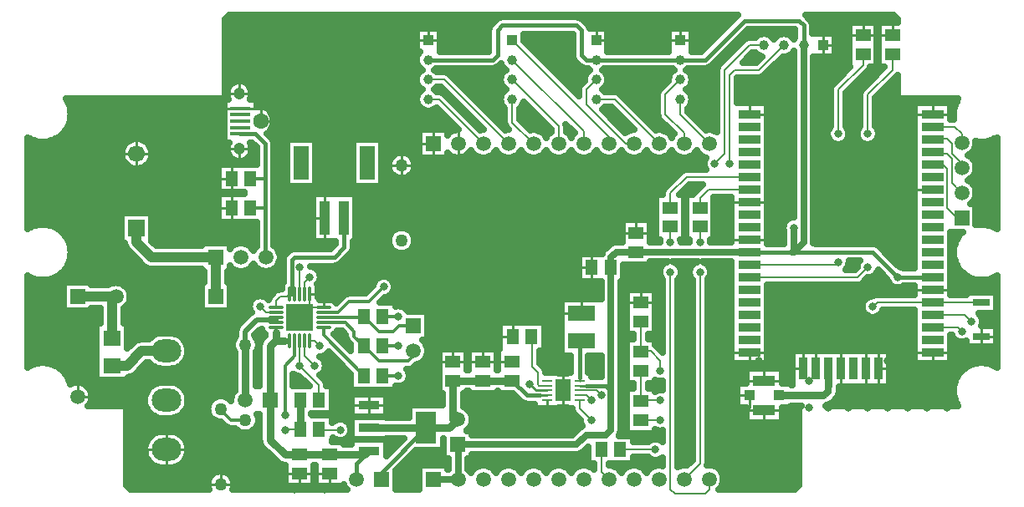
<source format=gbr>
G04 DipTrace 3.1.0.0*
G04 Top.gbr*
%MOIN*%
G04 #@! TF.FileFunction,Copper,L1,Top*
G04 #@! TF.Part,Single*
G04 #@! TA.AperFunction,CopperBalancing*
%ADD10C,0.01*%
G04 #@! TA.AperFunction,Conductor*
%ADD14C,0.03*%
%ADD15C,0.009764*%
%ADD16C,0.015*%
%ADD17C,0.007*%
G04 #@! TA.AperFunction,ViaPad*
%ADD18C,0.031496*%
G04 #@! TA.AperFunction,Conductor*
%ADD19C,0.012*%
%ADD20C,0.011811*%
%ADD21C,0.04*%
%ADD22C,0.02*%
%ADD23C,0.017*%
G04 #@! TA.AperFunction,CopperBalancing*
%ADD24C,0.025*%
G04 #@! TA.AperFunction,ComponentPad*
%ADD27O,0.11811X0.090551*%
%ADD31R,0.059055X0.051181*%
G04 #@! TA.AperFunction,ComponentPad*
%ADD32R,0.066929X0.066929*%
%ADD33C,0.066929*%
%ADD34R,0.106299X0.062992*%
%ADD35R,0.051181X0.059055*%
G04 #@! TA.AperFunction,ComponentPad*
%ADD36R,0.059055X0.059055*%
%ADD37C,0.059055*%
%ADD38R,0.070866X0.062992*%
%ADD39R,0.03937X0.137795*%
%ADD40R,0.059055X0.133858*%
%ADD42R,0.07874X0.015748*%
G04 #@! TA.AperFunction,ComponentPad*
%ADD43C,0.047244*%
%ADD44C,0.062992*%
%ADD45R,0.03937X0.03937*%
%ADD46C,0.05*%
%ADD47C,0.05*%
%ADD48R,0.066929X0.031496*%
%ADD50O,0.011811X0.062992*%
%ADD51O,0.062992X0.011811*%
%ADD52R,0.105512X0.105512*%
%ADD54R,0.084646X0.037402*%
%ADD55R,0.084646X0.127953*%
%ADD58R,0.043307X0.009764*%
%ADD59R,0.060236X0.086614*%
G04 #@! TA.AperFunction,ComponentPad*
%ADD60C,0.03937*%
%ADD61R,0.089528X0.035433*%
%ADD62R,0.035433X0.089528*%
%ADD63R,0.043307X0.041339*%
%ADD64R,0.088583X0.043307*%
%FSLAX26Y26*%
G04*
G70*
G90*
G75*
G01*
G04 Top*
%LPD*%
X1791339Y677165D2*
D14*
X2019685D1*
X2112598D1*
X2145669Y710236D1*
X2125984D1*
Y866142D1*
X2244094D1*
X2362205D1*
X2500000Y807087D2*
D15*
X2470846D1*
D16*
X2421260D1*
X2362205Y866142D1*
X1841339Y472441D2*
Y498819D1*
X2019685Y677165D1*
X2696850Y1988189D2*
D17*
X2770079D1*
X2947244Y1811024D1*
X2847244D2*
X2814961D1*
X2657480Y1968504D1*
Y2027559D1*
X2696850Y2066929D1*
X3425197Y807087D2*
D18*
X3543307D1*
X3602362D1*
G03X3622047Y846457I-9843J29528D01*
G01*
X3621850Y914370D1*
X1555118Y1212598D2*
D17*
Y1157856D1*
X1515354Y1118092D1*
X1610236Y1157480D2*
X1554743D1*
X2716535Y590551D2*
Y503150D1*
X2747244Y472441D1*
X3366142Y2204724D2*
X3307087D1*
X3208661Y2106299D1*
Y1771654D1*
X3169291Y1732283D1*
X3228346D2*
Y2086614D1*
X3248031Y2106299D1*
X3346457D1*
X3444882Y2204724D1*
X2027559Y1988189D2*
X2070079D1*
X2247244Y1811024D1*
X2027559Y2066929D2*
X2091339D1*
X2347244Y1811024D1*
X1200787Y752756D2*
D19*
Y748031D1*
X1240157Y708661D1*
X1299213D1*
X1496063Y1023622D2*
D20*
Y986126D1*
D19*
Y964567D1*
X1456693Y925197D1*
Y728346D1*
X1909449Y885827D2*
X1846457D1*
Y1003937D2*
X1909449D1*
Y1122047D2*
X1846457D1*
X1610236Y1078740D2*
D20*
Y1066835D1*
D19*
Y1047244D1*
X1771654Y885827D1*
X1610236Y1098425D2*
D20*
X1647732D1*
D19*
X1696850D1*
X1732283Y1062992D1*
Y1043307D1*
X1771654Y1003937D1*
X1968504Y984252D2*
Y964567D1*
X1948819Y944882D1*
X1830709D1*
X1771654Y1003937D1*
X1610236Y1118110D2*
D20*
X1647732D1*
D19*
X1767717D1*
X1771654Y1122047D1*
X1968504Y1084252D2*
X1911024D1*
X1889764Y1062992D1*
X1830709D1*
X1771654Y1122047D1*
X1535433Y1212598D2*
D17*
Y1259843D1*
X1555118Y1279528D1*
X1515748Y1318898D2*
Y1212598D1*
X2791339Y590551D2*
X2933071D1*
X4036614Y1179134D2*
X4230315D1*
X4232283Y1177165D1*
X4036614Y1179134D2*
X3816929D1*
X3799213Y1161417D1*
X1594488Y1003937D2*
X1574803Y1023622D1*
X1555118D1*
X4036614Y1129134D2*
X4166142D1*
X4192913Y1102362D1*
X4036614Y1079134D2*
X4137402D1*
X4153543Y1062992D1*
X1421260Y1137795D2*
X1381890D1*
X1358268Y1161417D1*
X1610236Y1137795D2*
D20*
X1647732D1*
D19*
X1669291D1*
X1712598Y1181102D1*
X1791339D1*
X1850394Y1240157D1*
X1535433Y1023622D2*
D17*
Y964567D1*
X1574803Y925197D1*
X1677165Y669291D2*
X1594488D1*
X1592520Y671260D1*
X1515748Y925197D2*
Y1023622D1*
X1592520Y789370D2*
Y848425D1*
X1515748Y925197D1*
X2500000Y846457D2*
X2468504D1*
X2464567Y850394D1*
Y897638D1*
X2440945Y921260D1*
Y1039370D1*
X2438976Y1041339D1*
X2629921Y866142D2*
D15*
Y878524D1*
D16*
Y1015748D1*
X2637795Y1023622D1*
X984252Y984252D2*
D21*
X885827D1*
X826772Y925197D1*
X767717D1*
X2629921Y787402D2*
D17*
Y755906D1*
X2677165Y708661D1*
X2952756D2*
X2874016D1*
Y783465D2*
Y905512D1*
X2629921Y807087D2*
X2657480D1*
X2677165Y787402D1*
X2952756D2*
X2877953D1*
X2874016Y783465D1*
Y980315D2*
Y1102362D1*
X2629921Y826772D2*
X2696850D1*
X2716535Y807087D1*
X2952756Y905512D2*
Y944882D1*
X2913386Y984252D1*
X2877953D1*
X2874016Y980315D1*
X2500000Y826772D2*
D15*
X2473346D1*
D10*
X2456693D1*
X2433071Y850394D1*
X767717Y1035433D2*
D21*
Y1185039D1*
X783465Y1200787D1*
X629921D2*
X783465D1*
X1181102D2*
Y1358268D1*
X866142Y1476378D2*
Y1417323D1*
X925197Y1358268D1*
X1181102D1*
X3307087Y1629134D2*
D17*
X3144882D1*
X3110236Y1594488D1*
Y1555118D1*
X3307087Y1679134D2*
X3057087D1*
X2992126Y1614173D1*
Y1555118D1*
X4036614Y1879134D2*
X4124803D1*
X4153543Y1850394D1*
Y1815748D1*
Y1715748D2*
Y1732283D1*
X4114173Y1771654D1*
Y1811024D1*
X4094488Y1830709D1*
X4038189D1*
X4036614Y1829134D1*
X4153543Y1615748D2*
X4151969D1*
X4114173Y1653543D1*
Y1751969D1*
X4094488Y1771654D1*
X4044094D1*
X4036614Y1779134D1*
X4153543Y1515748D2*
X4133858D1*
X4094488Y1555118D1*
Y1712598D1*
X4074803Y1732283D1*
X4039764D1*
X4036614Y1729134D1*
X3779528Y1850394D2*
Y2007874D1*
X3877953Y2106299D1*
Y2169291D1*
X3759843D2*
Y2125984D1*
X3661417Y2027559D1*
Y1850394D1*
X3307087Y1279134D2*
X3739764D1*
X3779528Y1318898D1*
X3307087Y1329134D2*
X3651969D1*
X3661417Y1338583D1*
X1397638Y787402D2*
D18*
Y1003937D1*
X1417323Y1023622D1*
X1454724D1*
D20*
X1476378D1*
X1421260Y1078740D2*
Y1057087D1*
D18*
Y1027559D1*
X1417323Y1023622D1*
X1397638Y787402D2*
Y629921D1*
X1456693Y570866D1*
X1515748D1*
X1741339Y472441D2*
D16*
Y536614D1*
X1791339Y586614D1*
X1515748Y570866D2*
D14*
X1633858D1*
X1775591D1*
X1791339Y586614D1*
X2362205Y1988189D2*
D17*
Y1896063D1*
X2447244Y1811024D1*
X2747244D2*
Y1839370D1*
X2362205Y2224409D1*
X2547244Y1811024D2*
Y1881890D1*
X2362205Y2066929D1*
X2647244Y1811024D2*
Y1860630D1*
X2362205Y2145669D1*
X3031496Y1988189D2*
Y1926772D1*
X3147244Y1811024D1*
X3047244D2*
Y1854331D1*
X2972441Y1929134D1*
Y2007874D1*
X3031496Y2066929D1*
X2992126Y1480315D2*
Y1417323D1*
Y1299213D2*
Y433071D1*
X3011811Y413386D1*
X3129921D1*
X3149606Y433071D1*
Y470079D1*
X3147244Y472441D1*
X3110236Y1480315D2*
Y1417323D1*
Y1299213D2*
Y535433D1*
X3047244Y472441D1*
X1476378Y1212598D2*
D20*
X1484959D1*
X1496063D1*
X1484959D2*
D23*
Y1347164D1*
X1496063Y1358268D1*
X1653543D1*
X1692913Y1397638D1*
Y1515748D1*
X1421260Y1157480D2*
D17*
Y1185039D1*
X1437008Y1200787D1*
X1464567D1*
X1476378Y1212598D1*
X1421260Y1098425D2*
D10*
Y1108248D1*
Y1118110D1*
Y1108248D2*
D22*
X1344469D1*
X1299213Y1062992D1*
Y1008661D1*
D18*
Y788976D1*
X1297638Y787402D1*
X1517717Y671260D2*
Y789370D1*
Y671260D2*
D17*
X1458661D1*
X1456693Y669291D1*
X2047244Y472441D2*
D24*
X2147244D1*
Y608661D1*
D23*
X2145669Y610236D1*
X2027559Y2145669D2*
D16*
X2283465D1*
X2303150Y2165354D1*
Y2263780D1*
X2322835Y2283465D1*
X2618110D1*
X2637795Y2263780D1*
Y2165354D1*
X2657480Y2145669D1*
X2696850D1*
X3031496D1*
X3129921D1*
X3287402Y2303150D1*
X3503937D1*
X3523622Y2283465D1*
Y2204724D1*
X2629921Y846457D2*
D15*
X2659075D1*
D16*
X2736220D1*
X2755906Y826772D1*
D24*
Y669291D1*
X2736220Y649606D1*
X2657480D1*
X2618110Y610236D1*
X2145669D1*
X3307087Y1379134D2*
D16*
X3478701D1*
X3484774D1*
X3798031D1*
X3897638Y1279528D1*
X4036614Y1279134D2*
X3897638Y1279528D1*
X3307087Y1379134D2*
D24*
X2776772D1*
X2755906Y1358268D1*
Y826772D1*
X3484252Y1476378D2*
Y1384685D1*
X3478701Y1379134D1*
X3523622Y2204724D2*
Y1417982D1*
X3484774Y1379134D1*
X2753937Y1316929D2*
D17*
Y1356299D1*
X2755906Y1358268D1*
X2856299Y1379921D2*
X3306299D1*
X3307087Y1379134D1*
X1279528Y1850394D2*
D16*
X1338583D1*
X1377953Y1811024D1*
Y1673228D1*
Y1555118D1*
Y1361417D1*
X1381102Y1358268D1*
X1318898Y1673228D2*
D20*
X1377953D1*
X1318898Y1555118D2*
X1377953D1*
D18*
X3169291Y1732283D3*
X3228346D3*
X1456693Y728346D3*
X1909449Y885827D3*
Y1003937D3*
Y1122047D3*
X1555118Y1279528D3*
X1515748Y1318898D3*
X2933071Y590551D3*
X3799213Y1161417D3*
X1594488Y1003937D3*
X4192913Y1102362D3*
X4153543Y1062992D3*
X1358268Y1161417D3*
X1850394Y1240157D3*
X1574803Y925197D3*
X1677165Y669291D3*
X1515748Y925197D3*
D3*
X2677165Y708661D3*
X2952756D3*
X2677165Y787402D3*
X2952756D3*
X2716535Y807087D3*
X2952756Y905512D3*
X2433071Y850394D3*
X3779528Y1850394D3*
X3661417D3*
X3779528Y1318898D3*
X3661417Y1338583D3*
X2992126Y1417323D3*
Y1299213D3*
X3110236Y1417323D3*
Y1299213D3*
X1456693Y669291D3*
X3897638Y1279528D3*
D3*
X3484252Y1476378D3*
X3464567Y759843D3*
X3543307D3*
X3622047D3*
X3700787Y838583D3*
X3858268Y759843D3*
X3779528D3*
X3937008D3*
X4015748D3*
X4094488D3*
X3858268Y838583D3*
X3937008D3*
X4015748D3*
X4094488D3*
X3779528D3*
X3700787Y759843D3*
X3543307Y866142D3*
X3464567D3*
X3937008Y1023622D3*
X3858268D3*
X3779528D3*
X3858268Y944882D3*
X3700787Y1023622D3*
X3464567Y944882D3*
X3622047Y1023622D3*
X3937008Y944882D3*
X3543307Y1023622D3*
X3385827D3*
X3464567D3*
Y669291D3*
Y590551D3*
X3307087D3*
X3385827Y669291D3*
X3307087D3*
X3228346D3*
X3385827Y590551D3*
X3228346Y748031D3*
Y866142D3*
Y944882D3*
X3346457D3*
X1496063Y433071D3*
Y1137795D3*
X1535433D3*
Y1098425D3*
X1496063D3*
X2106299Y1043307D3*
X4035433Y1988189D3*
X3307087D3*
X3818898Y2322835D3*
X3948819Y1322835D3*
X1417323Y1279528D3*
X1948819Y472441D3*
X2283465Y688976D3*
Y787402D3*
X2566142Y848031D3*
X1614173Y433071D3*
X2565748Y805118D3*
X2283465Y551181D3*
X3051181Y1220472D3*
Y551181D3*
X2618110Y531496D3*
X2874016Y1240157D3*
X1870079Y767717D3*
X1614173Y1653543D3*
X2224409Y1043307D3*
X2283465D3*
X2460630Y1150787D3*
X2165354Y1043307D3*
X1535433Y1555118D3*
X1712598Y767717D3*
X2637795Y1240157D3*
X2834646Y531496D3*
X1358268Y1043307D3*
X1594488Y1200787D3*
X2500000Y944882D3*
X1221079Y2299836D2*
D24*
X2288638D1*
X2652280D2*
X3233510D1*
X3555894D2*
X3896987D1*
X1221079Y2274967D2*
X2268570D1*
X2672398D2*
X3208657D1*
X3560092D2*
X3701332D1*
X1221079Y2250098D2*
X1978871D1*
X2076255D2*
X2266664D1*
X2745542D2*
X2982827D1*
X3080160D2*
X3183803D1*
X3284898D2*
X3355043D1*
X3377186D2*
X3433803D1*
X3455941D2*
X3487123D1*
X3651059D2*
X3701332D1*
X1221079Y2225230D2*
X1978871D1*
X2076255D2*
X2266664D1*
X2410874D2*
X2601332D1*
X2745542D2*
X2982827D1*
X3080160D2*
X3158950D1*
X3260043D2*
X3282680D1*
X3651059D2*
X3701332D1*
X1221079Y2200361D2*
X1978871D1*
X2076255D2*
X2266664D1*
X2431138D2*
X2601332D1*
X2745542D2*
X2982827D1*
X3080160D2*
X3134047D1*
X3235190D2*
X3257827D1*
X3651059D2*
X3701332D1*
X1221079Y2175492D2*
X1989810D1*
X2456039D2*
X2601332D1*
X3210287D2*
X3232974D1*
X3651059D2*
X3701332D1*
X1221079Y2150623D2*
X1979164D1*
X2480894D2*
X2604654D1*
X3185434D2*
X3208071D1*
X3297886D2*
X3345864D1*
X3435678D2*
X3482143D1*
X3565122D2*
X3701332D1*
X1221079Y2125755D2*
X1983412D1*
X2505747D2*
X2626822D1*
X3160580D2*
X3183364D1*
X3410825D2*
X3482143D1*
X3565122D2*
X3701332D1*
X1221079Y2100886D2*
X1993764D1*
X2061362D2*
X2328432D1*
X2530650D2*
X2663051D1*
X2730650D2*
X2997719D1*
X3065268D2*
X3176186D1*
X3385923D2*
X3482143D1*
X3565122D2*
X3689858D1*
X3779623D2*
X3827651D1*
X1221079Y2076017D2*
X1979799D1*
X2127134D2*
X2314419D1*
X2555503D2*
X2649087D1*
X2744614D2*
X2983706D1*
X3079282D2*
X3176186D1*
X3262631D2*
X3482143D1*
X3565122D2*
X3664955D1*
X3754770D2*
X3802798D1*
X1221079Y2051148D2*
X1241567D1*
X1307260D2*
X1981655D1*
X2152035D2*
X2316323D1*
X2580356D2*
X2636196D1*
X2742759D2*
X2970815D1*
X3077378D2*
X3176186D1*
X3260825D2*
X3482143D1*
X3565122D2*
X3640102D1*
X3729916D2*
X3777895D1*
X3867710D2*
X3896987D1*
X1323423Y2026280D2*
X1998940D1*
X2056186D2*
X2087075D1*
X2176890D2*
X2333608D1*
X2605210D2*
X2625014D1*
X2725474D2*
X2946255D1*
X3060092D2*
X3176186D1*
X3260825D2*
X3482143D1*
X3565122D2*
X3628920D1*
X3705014D2*
X3753383D1*
X3842807D2*
X3896987D1*
X1324302Y2001411D2*
X1980825D1*
X2101743D2*
X2111983D1*
X2201743D2*
X2315444D1*
X2801743D2*
X2939955D1*
X3078256D2*
X3176186D1*
X3260825D2*
X3482143D1*
X3565122D2*
X3628920D1*
X3693882D2*
X3747035D1*
X3817954D2*
X3896987D1*
X595054Y1976542D2*
X1211147D1*
X1347886D2*
X1980386D1*
X2126646D2*
X2136808D1*
X2226646D2*
X2315004D1*
X2826646D2*
X2939955D1*
X3078696D2*
X3176186D1*
X3260825D2*
X3482143D1*
X3565122D2*
X3628920D1*
X3693882D2*
X3747035D1*
X3811996D2*
X4129360D1*
X603354Y1951673D2*
X1211147D1*
X1388950D2*
X1996791D1*
X2151499D2*
X2161698D1*
X2251499D2*
X2329702D1*
X2394663D2*
X2432583D1*
X2727622D2*
X2761684D1*
X2851499D2*
X2939955D1*
X3063999D2*
X3176186D1*
X3380844D2*
X3482143D1*
X3565122D2*
X3628920D1*
X3693882D2*
X3747035D1*
X3811996D2*
X3962856D1*
X4110386D2*
X4121005D1*
X605650Y1926804D2*
X1211147D1*
X1407310D2*
X2086587D1*
X2176352D2*
X2186588D1*
X2276352D2*
X2329702D1*
X2394663D2*
X2457436D1*
X2744076D2*
X2786587D1*
X2876352D2*
X2940054D1*
X3076352D2*
X3176186D1*
X3380844D2*
X3482143D1*
X3565122D2*
X3628920D1*
X3693882D2*
X3747035D1*
X3811996D2*
X3962856D1*
X4110386D2*
X4118728D1*
X602280Y1901936D2*
X1211147D1*
X1409311D2*
X2111440D1*
X2201206D2*
X2211398D1*
X2301206D2*
X2329702D1*
X2401206D2*
X2482290D1*
X2768930D2*
X2811440D1*
X2901206D2*
X2954751D1*
X3101206D2*
X3176186D1*
X3380844D2*
X3482143D1*
X3565122D2*
X3628920D1*
X3693882D2*
X3747035D1*
X3811996D2*
X3962856D1*
X592710Y1877067D2*
X1211147D1*
X1407504D2*
X2136294D1*
X2226108D2*
X2236295D1*
X2326108D2*
X2336530D1*
X2426108D2*
X2507192D1*
X2793832D2*
X2836294D1*
X2926108D2*
X2979604D1*
X3126108D2*
X3176186D1*
X3380844D2*
X3482143D1*
X3565122D2*
X3626186D1*
X3696664D2*
X3744252D1*
X3814780D2*
X3962856D1*
X574692Y1852198D2*
X1211147D1*
X1389975D2*
X1988735D1*
X2487730D2*
X2506752D1*
X2587730D2*
X2606752D1*
X2987730D2*
X3004458D1*
X3380844D2*
X3482143D1*
X3565122D2*
X3616714D1*
X3706138D2*
X3734828D1*
X3824252D2*
X3962856D1*
X433701Y1827329D2*
X445230D1*
X538999D2*
X841371D1*
X890903D2*
X1211147D1*
X1410287D2*
X1463051D1*
X1580112D2*
X1726822D1*
X1843882D2*
X1988735D1*
X3380844D2*
X3482143D1*
X3565122D2*
X3623550D1*
X3699302D2*
X3741664D1*
X3817416D2*
X3962856D1*
X4279184D2*
X4290702D1*
X433701Y1802461D2*
X812222D1*
X920102D2*
X1226235D1*
X1325766D2*
X1335972D1*
X1414438D2*
X1463051D1*
X1580112D2*
X1726822D1*
X1843882D2*
X1988735D1*
X3380844D2*
X3482143D1*
X3565122D2*
X3962856D1*
X4210483D2*
X4290688D1*
X433701Y1777592D2*
X803970D1*
X928306D2*
X1226822D1*
X1325180D2*
X1341470D1*
X1414438D2*
X1463051D1*
X1580112D2*
X1726822D1*
X1843882D2*
X1988735D1*
X3380844D2*
X3482143D1*
X3565122D2*
X3962856D1*
X4197055D2*
X4290688D1*
X433701Y1752723D2*
X806752D1*
X925522D2*
X1242251D1*
X1309702D2*
X1341470D1*
X1414438D2*
X1463051D1*
X1580112D2*
X1726822D1*
X1843882D2*
X1875894D1*
X1967416D2*
X3129848D1*
X3380844D2*
X3482143D1*
X3565122D2*
X3962856D1*
X4198130D2*
X4290688D1*
X433701Y1727854D2*
X822719D1*
X909604D2*
X1189516D1*
X1414438D2*
X1463051D1*
X1580112D2*
X1726822D1*
X1843882D2*
X1867739D1*
X1975571D2*
X3124770D1*
X3380844D2*
X3482143D1*
X3565122D2*
X3962856D1*
X4210727D2*
X4290688D1*
X433701Y1702986D2*
X1189516D1*
X1414438D2*
X1463051D1*
X1580112D2*
X1726822D1*
X1843882D2*
X1872524D1*
X1970786D2*
X3036440D1*
X3380844D2*
X3482143D1*
X3565122D2*
X3962856D1*
X4210580D2*
X4290688D1*
X433701Y1678117D2*
X1189516D1*
X1414438D2*
X1463051D1*
X1580112D2*
X1726822D1*
X1843882D2*
X1897427D1*
X1945883D2*
X3011196D1*
X3380844D2*
X3482143D1*
X3565122D2*
X3962856D1*
X4197543D2*
X4290688D1*
X433701Y1653248D2*
X1189516D1*
X1414438D2*
X1463051D1*
X1580112D2*
X1726822D1*
X1843882D2*
X2986294D1*
X3380844D2*
X3482143D1*
X3565122D2*
X3962856D1*
X4197642D2*
X4290688D1*
X433701Y1628379D2*
X1189516D1*
X1414438D2*
X2963247D1*
X3051206D2*
X3099234D1*
X3380844D2*
X3482143D1*
X3565122D2*
X3962856D1*
X4210630D2*
X4290688D1*
X433701Y1603510D2*
X1189516D1*
X1414438D2*
X1565492D1*
X1741587D2*
X2933608D1*
X3380844D2*
X3482143D1*
X3565122D2*
X3962856D1*
X4210727D2*
X4290688D1*
X433701Y1578642D2*
X1189516D1*
X1414438D2*
X1565492D1*
X1741587D2*
X2933608D1*
X3168735D2*
X3233315D1*
X3380844D2*
X3482143D1*
X3565122D2*
X3962856D1*
X4198031D2*
X4290688D1*
X433701Y1553773D2*
X1189516D1*
X1414438D2*
X1565492D1*
X1741587D2*
X2933608D1*
X3168735D2*
X3233315D1*
X3380844D2*
X3482143D1*
X3565122D2*
X3962856D1*
X4212046D2*
X4290688D1*
X433701Y1528904D2*
X803676D1*
X928598D2*
X1189516D1*
X1414438D2*
X1565492D1*
X1741587D2*
X2933608D1*
X3168735D2*
X3233315D1*
X3380844D2*
X3482143D1*
X3565122D2*
X3962856D1*
X4212046D2*
X4290688D1*
X433701Y1504035D2*
X803676D1*
X928598D2*
X1189516D1*
X1414438D2*
X1565492D1*
X1741587D2*
X2797768D1*
X2914828D2*
X2933608D1*
X3168735D2*
X3233315D1*
X3380844D2*
X3449819D1*
X3565122D2*
X3962856D1*
X4212046D2*
X4290688D1*
X433701Y1479167D2*
X443911D1*
X540318D2*
X803676D1*
X928598D2*
X1341470D1*
X1414438D2*
X1565492D1*
X1741587D2*
X2797768D1*
X2914828D2*
X2933608D1*
X3168735D2*
X3233315D1*
X3380844D2*
X3439614D1*
X3565122D2*
X3962856D1*
X4280503D2*
X4290680D1*
X575278Y1454298D2*
X803676D1*
X928598D2*
X1341470D1*
X1414438D2*
X1565492D1*
X1741587D2*
X1876967D1*
X1966343D2*
X2797768D1*
X2914828D2*
X2933608D1*
X3168735D2*
X3233315D1*
X3380844D2*
X3442787D1*
X3565122D2*
X3962856D1*
X4110386D2*
X4149135D1*
X593051Y1429429D2*
X803676D1*
X928598D2*
X1341470D1*
X1414438D2*
X1565492D1*
X1741587D2*
X1867886D1*
X1975424D2*
X2797768D1*
X2914828D2*
X2933608D1*
X3168735D2*
X3233315D1*
X3380844D2*
X3442787D1*
X3565122D2*
X3962856D1*
X4110386D2*
X4131362D1*
X602427Y1404560D2*
X818959D1*
X1315171D2*
X1341470D1*
X1415171D2*
X1647866D1*
X1730406D2*
X1871791D1*
X1971518D2*
X2744594D1*
X3823080D2*
X3962856D1*
X4110386D2*
X4122007D1*
X605650Y1379692D2*
X835562D1*
X1435386D2*
X1465542D1*
X1725424D2*
X1894350D1*
X1948959D2*
X2720864D1*
X3848031D2*
X3962856D1*
X4110386D2*
X4118728D1*
X603256Y1354823D2*
X860415D1*
X1439535D2*
X1448348D1*
X1702084D2*
X2624575D1*
X3872886D2*
X3962856D1*
X4110386D2*
X4121188D1*
X594760Y1329954D2*
X885268D1*
X1431919D2*
X1447475D1*
X1676596D2*
X2624575D1*
X2914828D2*
X2960659D1*
X3023618D2*
X3078774D1*
X3141684D2*
X3233315D1*
X3705259D2*
X3736244D1*
X3897787D2*
X3962856D1*
X4110386D2*
X4129654D1*
X578451Y1305085D2*
X1122573D1*
X1239634D2*
X1261000D1*
X1301206D2*
X1361000D1*
X1401206D2*
X1447475D1*
X1591244D2*
X2624575D1*
X2808530D2*
X2947818D1*
X3036459D2*
X3065883D1*
X3154575D2*
X3233315D1*
X4110386D2*
X4145962D1*
X547348Y1280217D2*
X1132143D1*
X1230063D2*
X1447475D1*
X1599839D2*
X1834487D1*
X1866294D2*
X2624575D1*
X2808530D2*
X2951919D1*
X3032358D2*
X3069986D1*
X3150474D2*
X3233315D1*
X3799008D2*
X3846402D1*
X4110386D2*
X4177066D1*
X433701Y1255348D2*
X571402D1*
X688462D2*
X768276D1*
X798667D2*
X1122573D1*
X1239634D2*
X1446402D1*
X1592270D2*
X1808462D1*
X1892319D2*
X2714419D1*
X2797398D2*
X2959634D1*
X3024594D2*
X3077748D1*
X3142710D2*
X3233315D1*
X3760531D2*
X3860512D1*
X4110386D2*
X4290688D1*
X433701Y1230479D2*
X571402D1*
X833482D2*
X1122573D1*
X1239634D2*
X1430386D1*
X1590024D2*
X1792299D1*
X1894028D2*
X2714419D1*
X2797398D2*
X2959634D1*
X3024594D2*
X3077748D1*
X3142710D2*
X3233315D1*
X3380844D2*
X3962856D1*
X4110386D2*
X4290688D1*
X433701Y1205610D2*
X571402D1*
X841782D2*
X1122573D1*
X1239634D2*
X1396938D1*
X1590024D2*
X1688783D1*
X1877182D2*
X2714419D1*
X2797398D2*
X2815504D1*
X2932554D2*
X2959634D1*
X3024594D2*
X3077748D1*
X3142710D2*
X3233315D1*
X3380844D2*
X3800356D1*
X433701Y1180741D2*
X571402D1*
X838266D2*
X1122573D1*
X1239634D2*
X1318227D1*
X1839390D2*
X2555678D1*
X2797398D2*
X2815504D1*
X2932554D2*
X2959634D1*
X3024594D2*
X3077748D1*
X3142710D2*
X3233315D1*
X3380844D2*
X3759146D1*
X433701Y1155873D2*
X571402D1*
X819467D2*
X1122573D1*
X1239634D2*
X1313882D1*
X1937241D2*
X2555678D1*
X2797398D2*
X2815504D1*
X2932554D2*
X2959634D1*
X3024594D2*
X3077748D1*
X3142710D2*
X3233315D1*
X3380844D2*
X3754848D1*
X433701Y1131004D2*
X718715D1*
X816684D2*
X1313150D1*
X2027035D2*
X2555678D1*
X2797398D2*
X2815504D1*
X2932554D2*
X2959634D1*
X3024594D2*
X3077748D1*
X3142710D2*
X3233315D1*
X3380844D2*
X3767398D1*
X3831039D2*
X3962856D1*
X4226450D2*
X4290688D1*
X433701Y1106135D2*
X718715D1*
X816684D2*
X1288247D1*
X2027035D2*
X2555678D1*
X2797398D2*
X2815504D1*
X2932554D2*
X2959634D1*
X3024594D2*
X3077748D1*
X3142710D2*
X3233315D1*
X3380844D2*
X3962856D1*
X4237486D2*
X4290688D1*
X433701Y1081266D2*
X703286D1*
X832163D2*
X1265151D1*
X2027035D2*
X2309584D1*
X2493539D2*
X2555630D1*
X2797398D2*
X2815504D1*
X2932554D2*
X2959634D1*
X3024594D2*
X3077748D1*
X3142710D2*
X3233315D1*
X3380844D2*
X3962856D1*
X433701Y1056398D2*
X703286D1*
X832163D2*
X1260219D1*
X1346714D2*
X1369692D1*
X1661802D2*
X1690444D1*
X2027035D2*
X2309584D1*
X2493539D2*
X2555630D1*
X2797398D2*
X2815504D1*
X2932554D2*
X2959634D1*
X3024594D2*
X3077748D1*
X3142710D2*
X3233315D1*
X3380844D2*
X3962856D1*
X433701Y1031529D2*
X703286D1*
X832163D2*
X913979D1*
X1054526D2*
X1250600D1*
X1347836D2*
X1363143D1*
X1674399D2*
X1699526D1*
X2027035D2*
X2309584D1*
X2493539D2*
X2555630D1*
X2797398D2*
X2815504D1*
X2932554D2*
X2959634D1*
X3024594D2*
X3077748D1*
X3142710D2*
X3233315D1*
X3380844D2*
X3962856D1*
X4110386D2*
X4122827D1*
X433701Y1006660D2*
X703286D1*
X832163D2*
X840022D1*
X1068735D2*
X1245278D1*
X1699252D2*
X1717055D1*
X2022348D2*
X2309584D1*
X2493539D2*
X2555630D1*
X2797398D2*
X2815504D1*
X2935825D2*
X2959634D1*
X3024594D2*
X3077748D1*
X3142710D2*
X3233315D1*
X3380844D2*
X3962856D1*
X4110386D2*
X4169839D1*
X433701Y981791D2*
X703286D1*
X1072251D2*
X1252798D1*
X2026987D2*
X2067446D1*
X2473423D2*
X2555630D1*
X2797398D2*
X2815504D1*
X3024594D2*
X3077748D1*
X3142710D2*
X3233315D1*
X3380844D2*
X3475160D1*
X3868539D2*
X3962856D1*
X4110386D2*
X4290688D1*
X433701Y956923D2*
X703286D1*
X1066879D2*
X1254507D1*
X1343930D2*
X1352921D1*
X1605210D2*
X1652114D1*
X2019907D2*
X2067446D1*
X2473423D2*
X2593423D1*
X2666391D2*
X2714419D1*
X2797398D2*
X2815504D1*
X3024594D2*
X3077748D1*
X3142710D2*
X3233315D1*
X3380844D2*
X3475160D1*
X3868539D2*
X3962856D1*
X4110386D2*
X4290688D1*
X433701Y932054D2*
X454262D1*
X529966D2*
X703286D1*
X901840D2*
X918715D1*
X1049790D2*
X1254507D1*
X1343930D2*
X1352921D1*
X1618979D2*
X1677016D1*
X1991343D2*
X2067446D1*
X2475034D2*
X2593423D1*
X2666391D2*
X2714419D1*
X2797398D2*
X2815504D1*
X3024594D2*
X3077748D1*
X3142710D2*
X3475160D1*
X3868539D2*
X4194448D1*
X4270151D2*
X4290688D1*
X571226Y907185D2*
X703286D1*
X876987D2*
X1254507D1*
X1343930D2*
X1352921D1*
X1615512D2*
X1701870D1*
X1948374D2*
X2067446D1*
X2495492D2*
X2593423D1*
X2666391D2*
X2714419D1*
X2797398D2*
X2815504D1*
X3024594D2*
X3077748D1*
X3142710D2*
X3292836D1*
X3439438D2*
X3475160D1*
X3868539D2*
X4153188D1*
X590806Y882316D2*
X703286D1*
X847202D2*
X1254507D1*
X1343930D2*
X1352921D1*
X1491684D2*
X1513735D1*
X1603550D2*
X1717055D1*
X1954038D2*
X2067446D1*
X2680551D2*
X2714419D1*
X2797398D2*
X2815504D1*
X3024594D2*
X3077748D1*
X3142710D2*
X3292836D1*
X3439438D2*
X3475160D1*
X3868539D2*
X4133608D1*
X601352Y857448D2*
X613604D1*
X646226D2*
X952358D1*
X1016147D2*
X1254507D1*
X1343930D2*
X1352921D1*
X1491684D2*
X1538588D1*
X1623618D2*
X1717055D1*
X1943247D2*
X2067446D1*
X2797398D2*
X2815504D1*
X2932554D2*
X2959634D1*
X3024594D2*
X3077748D1*
X3142710D2*
X3292836D1*
X3439438D2*
X3475160D1*
X3868539D2*
X4123062D1*
X680112Y832579D2*
X912222D1*
X1056283D2*
X1254507D1*
X1647104D2*
X1717055D1*
X1901059D2*
X2067446D1*
X2797398D2*
X2815504D1*
X2932554D2*
X2959634D1*
X3024594D2*
X3077748D1*
X3142710D2*
X3256459D1*
X3668247D2*
X4118862D1*
X688266Y807710D2*
X899135D1*
X1069370D2*
X1242934D1*
X1647104D2*
X1720034D1*
X1862631D2*
X2081996D1*
X2169955D2*
X2370083D1*
X2797398D2*
X2815504D1*
X3024594D2*
X3077748D1*
X3142710D2*
X3256459D1*
X3662387D2*
X4120375D1*
X684654Y782841D2*
X896352D1*
X1072154D2*
X1156508D1*
X1647104D2*
X1720034D1*
X1862631D2*
X2081996D1*
X2169955D2*
X2394936D1*
X2797398D2*
X2815504D1*
X3024594D2*
X3077748D1*
X3142710D2*
X3256459D1*
X3644858D2*
X4127798D1*
X827378Y757972D2*
X902504D1*
X1066000D2*
X1147084D1*
X1647104D2*
X1720034D1*
X1862631D2*
X1948354D1*
X2177475D2*
X2449331D1*
X2797398D2*
X2815504D1*
X3024594D2*
X3077748D1*
X3142710D2*
X3292836D1*
X3439438D2*
X3503286D1*
X827378Y733104D2*
X921059D1*
X1047446D2*
X1150698D1*
X1562436D2*
X1720034D1*
X1862631D2*
X1948354D1*
X2199302D2*
X2607827D1*
X2797398D2*
X2815504D1*
X3024594D2*
X3077748D1*
X3142710D2*
X3292836D1*
X3439438D2*
X3503286D1*
X827378Y708235D2*
X1172427D1*
X1647104D2*
X1658341D1*
X1696030D2*
X1720034D1*
X2204135D2*
X2632436D1*
X2797398D2*
X2815504D1*
X3024594D2*
X3077748D1*
X3142710D2*
X3292836D1*
X3439438D2*
X3503286D1*
X827378Y683366D2*
X1217299D1*
X2197348D2*
X2635512D1*
X2797398D2*
X2815504D1*
X3024594D2*
X3077748D1*
X3142710D2*
X3503286D1*
X827378Y658497D2*
X944887D1*
X1023618D2*
X1285073D1*
X1313315D2*
X1352895D1*
X2204184D2*
X2608755D1*
X2795883D2*
X2815492D1*
X2932554D2*
X2959634D1*
X3024594D2*
X3077748D1*
X3142710D2*
X3503286D1*
X827378Y633629D2*
X910562D1*
X1057944D2*
X1352895D1*
X1702280D2*
X1720034D1*
X1862631D2*
X1925600D1*
X2845932D2*
X2959634D1*
X3024594D2*
X3077748D1*
X3142710D2*
X3503286D1*
X827378Y608760D2*
X898550D1*
X1069955D2*
X1358608D1*
X1862631D2*
X1900747D1*
X3024594D2*
X3077748D1*
X3142710D2*
X3503286D1*
X827378Y583891D2*
X896499D1*
X1072007D2*
X1381459D1*
X1862631D2*
X1875861D1*
X1976987D2*
X2087172D1*
X2649399D2*
X2661986D1*
X3024594D2*
X3077748D1*
X3142710D2*
X3503286D1*
X827378Y559022D2*
X903482D1*
X1065024D2*
X1406314D1*
X1952084D2*
X2087172D1*
X2204184D2*
X2661978D1*
X2845932D2*
X2902455D1*
X3024594D2*
X3077748D1*
X3142710D2*
X3503286D1*
X827378Y534154D2*
X923598D1*
X1044907D2*
X1433315D1*
X1927231D2*
X2105776D1*
X2188706D2*
X2684047D1*
X2749008D2*
X2959634D1*
X3024594D2*
X3064076D1*
X3142710D2*
X3503286D1*
X827378Y509285D2*
X1457241D1*
X1902378D2*
X1988735D1*
X2191928D2*
X2202554D1*
X2291928D2*
X2302554D1*
X2391928D2*
X2402554D1*
X2491928D2*
X2502554D1*
X2591928D2*
X2602554D1*
X2791928D2*
X2802554D1*
X2891928D2*
X2902554D1*
X3191928D2*
X3503286D1*
X827378Y484416D2*
X1157680D1*
X1243882D2*
X1457241D1*
X1899839D2*
X1988735D1*
X3204478D2*
X3503286D1*
X827378Y459547D2*
X1147231D1*
X1254331D2*
X1457241D1*
X1899839D2*
X1988735D1*
X3204282D2*
X3503286D1*
X841343Y434678D2*
X1150063D1*
X1251499D2*
X1697475D1*
X1899839D2*
X1988735D1*
X3191147D2*
X3489370D1*
X970495Y912486D2*
X959245Y913367D1*
X948295Y915997D1*
X937891Y920307D1*
X928289Y926190D1*
X919724Y933504D1*
X915804Y937764D1*
X905101Y937760D1*
X856966Y889844D1*
X851064Y885555D1*
X844563Y882244D1*
X837625Y879990D1*
X830034Y878833D1*
X829642Y867209D1*
X705791D1*
Y1093421D1*
X721270D1*
X721224Y1154329D1*
X685955Y1154295D1*
X685941Y1144768D1*
X573902D1*
Y1256807D1*
X685941D1*
Y1247285D1*
X752236Y1247280D1*
X758033Y1250701D1*
X766154Y1254066D1*
X774701Y1256117D1*
X783465Y1256807D1*
X792228Y1256117D1*
X800776Y1254066D1*
X808896Y1250701D1*
X816392Y1246109D1*
X823076Y1240399D1*
X828786Y1233715D1*
X833378Y1226219D1*
X836743Y1218098D1*
X838794Y1209551D1*
X839484Y1200787D1*
X838794Y1192024D1*
X836743Y1183476D1*
X833378Y1175356D1*
X828786Y1167860D1*
X823076Y1161176D1*
X816392Y1155466D1*
X814206Y1154007D1*
X814209Y1093388D1*
X829642Y1093421D1*
Y993762D1*
X855633Y1019605D1*
X861534Y1023894D1*
X868035Y1027205D1*
X874974Y1029459D1*
X882178Y1030601D1*
X915759Y1030744D1*
X923864Y1038824D1*
X932974Y1045444D1*
X943008Y1050556D1*
X953719Y1054037D1*
X964841Y1055798D1*
X998031Y1055971D1*
X1009259Y1055136D1*
X1020209Y1052507D1*
X1030613Y1048197D1*
X1040215Y1042314D1*
X1048780Y1035000D1*
X1056093Y1026436D1*
X1061976Y1016833D1*
X1066286Y1006429D1*
X1068916Y995479D1*
X1069799Y984252D1*
X1068916Y973025D1*
X1066286Y962075D1*
X1061976Y951671D1*
X1056093Y942068D1*
X1048780Y933504D1*
X1040215Y926190D1*
X1030613Y920307D1*
X1020209Y915997D1*
X1009259Y913367D1*
X998031Y912484D1*
X970472Y912533D1*
X970495Y715635D2*
X959245Y716517D1*
X948295Y719147D1*
X937891Y723457D1*
X928289Y729340D1*
X919724Y736654D1*
X912411Y745218D1*
X906528Y754820D1*
X902218Y765224D1*
X899588Y776175D1*
X898705Y787402D1*
X899588Y798629D1*
X902218Y809579D1*
X906528Y819983D1*
X912411Y829585D1*
X919724Y838150D1*
X928289Y845463D1*
X937891Y851346D1*
X948295Y855656D1*
X959245Y858286D1*
X970472Y859169D1*
X1003663Y858948D1*
X1014785Y857186D1*
X1025496Y853706D1*
X1035530Y848593D1*
X1044640Y841974D1*
X1052604Y834010D1*
X1059223Y824900D1*
X1064336Y814866D1*
X1067816Y804155D1*
X1069577Y793033D1*
Y781770D1*
X1067816Y770648D1*
X1064336Y759937D1*
X1059223Y749903D1*
X1052604Y740793D1*
X1044640Y732829D1*
X1035530Y726210D1*
X1025496Y721097D1*
X1014785Y717617D1*
X1003663Y715856D1*
X970472Y715682D1*
X970480Y518787D2*
X960735Y519448D1*
X950954Y521488D1*
X941551Y524869D1*
X932709Y529522D1*
X924598Y535358D1*
X917378Y542265D1*
X911186Y550108D1*
X906143Y558734D1*
X902348Y567976D1*
X899873Y577656D1*
X898766Y587587D1*
X899050Y597575D1*
X900717Y607427D1*
X903738Y616951D1*
X908050Y625965D1*
X913573Y634291D1*
X920201Y641769D1*
X927801Y648255D1*
X936228Y653622D1*
X945320Y657768D1*
X954900Y660609D1*
X964781Y662093D1*
X980472Y662319D1*
X1004824Y661997D1*
X1014681Y660361D1*
X1024215Y657371D1*
X1033243Y653088D1*
X1041587Y647592D1*
X1049087Y640990D1*
X1055597Y633409D1*
X1060992Y624999D1*
X1065165Y615920D1*
X1068038Y606350D1*
X1069554Y596474D1*
X1069756Y588051D1*
X1068714Y578114D1*
X1066301Y568417D1*
X1062566Y559151D1*
X1057579Y550492D1*
X1051438Y542610D1*
X1044261Y535657D1*
X1036189Y529768D1*
X1027378Y525058D1*
X1017997Y521617D1*
X1008230Y519512D1*
X998031Y518783D1*
X970472Y518793D1*
X818685Y1536335D2*
X926098D1*
Y1423110D1*
X944488Y1404726D1*
X1125050Y1404760D1*
X1125083Y1414287D1*
X1237122D1*
Y1392949D1*
X1241491Y1397879D1*
X1248175Y1403589D1*
X1255671Y1408181D1*
X1263791Y1411546D1*
X1272339Y1413597D1*
X1281102Y1414287D1*
X1289866Y1413597D1*
X1298413Y1411546D1*
X1306534Y1408181D1*
X1314030Y1403589D1*
X1320714Y1397879D1*
X1326424Y1391196D1*
X1331096Y1383529D1*
X1335781Y1391196D1*
X1341491Y1397879D1*
X1343976Y1400177D1*
X1343961Y1499064D1*
X1192012Y1499098D1*
Y1611138D1*
X1296177Y1611129D1*
Y1617209D1*
X1192012D1*
Y1729248D1*
X1344012D1*
X1343961Y1797008D1*
X1324879Y1816025D1*
X1318388Y1816028D1*
X1320982Y1810432D1*
X1323093Y1803243D1*
X1324064Y1795814D1*
X1323870Y1784379D1*
X1322516Y1777010D1*
X1320035Y1769941D1*
X1316487Y1763341D1*
X1311958Y1757373D1*
X1306559Y1752178D1*
X1300419Y1747886D1*
X1293686Y1744597D1*
X1286525Y1742392D1*
X1279109Y1741325D1*
X1271617Y1741423D1*
X1264231Y1742681D1*
X1257130Y1745070D1*
X1250486Y1748531D1*
X1244458Y1752982D1*
X1239194Y1758314D1*
X1234822Y1764398D1*
X1231445Y1771087D1*
X1229148Y1778218D1*
X1227984Y1785619D1*
Y1797050D1*
X1229146Y1804451D1*
X1231442Y1811583D1*
X1233537Y1816024D1*
X1213665Y1816028D1*
Y1987122D1*
X1231957D1*
X1228982Y1993895D1*
X1227058Y2001136D1*
X1226280Y2009848D1*
X1226668Y2020008D1*
X1228213Y2027340D1*
X1230875Y2034343D1*
X1234593Y2040848D1*
X1239276Y2046697D1*
X1244807Y2051749D1*
X1251058Y2055883D1*
X1257873Y2058996D1*
X1265088Y2061014D1*
X1272529Y2061888D1*
X1280016Y2061597D1*
X1287366Y2060148D1*
X1294404Y2057577D1*
X1300957Y2053945D1*
X1306867Y2049340D1*
X1311991Y2043873D1*
X1316205Y2037678D1*
X1319407Y2030904D1*
X1321518Y2023715D1*
X1322490Y2016286D1*
X1322295Y2004852D1*
X1320941Y1997483D1*
X1318461Y1990413D1*
X1316843Y1987129D1*
X1345390Y1987122D1*
Y1956975D1*
X1353059Y1958938D1*
X1360525Y1959563D1*
X1367993Y1958972D1*
X1375268Y1957181D1*
X1382157Y1954238D1*
X1388480Y1950219D1*
X1394070Y1945231D1*
X1398780Y1939404D1*
X1402484Y1932894D1*
X1405088Y1925869D1*
X1406521Y1918514D1*
X1406807Y1905886D1*
X1406537Y1884773D1*
X1405126Y1877416D1*
X1402543Y1870383D1*
X1398858Y1863861D1*
X1394165Y1858020D1*
X1388592Y1853014D1*
X1385896Y1851130D1*
X1403801Y1833100D1*
X1406936Y1828785D1*
X1409357Y1824031D1*
X1411005Y1818959D1*
X1411840Y1813690D1*
X1411945Y1711024D1*
Y1405070D1*
X1417484Y1400865D1*
X1423699Y1394650D1*
X1428867Y1387538D1*
X1432858Y1379706D1*
X1435575Y1371345D1*
X1436949Y1362663D1*
Y1353873D1*
X1435575Y1345190D1*
X1432858Y1336829D1*
X1428867Y1328997D1*
X1423699Y1321886D1*
X1417484Y1315671D1*
X1410373Y1310503D1*
X1402541Y1306512D1*
X1394180Y1303795D1*
X1385497Y1302421D1*
X1376707D1*
X1368025Y1303795D1*
X1359664Y1306512D1*
X1351832Y1310503D1*
X1344720Y1315671D1*
X1338505Y1321886D1*
X1333337Y1328997D1*
X1331016Y1332836D1*
X1326424Y1325340D1*
X1320714Y1318656D1*
X1314030Y1312946D1*
X1306534Y1308354D1*
X1298413Y1304990D1*
X1289866Y1302938D1*
X1281102Y1302248D1*
X1272339Y1302938D1*
X1263791Y1304990D1*
X1255671Y1308354D1*
X1248175Y1312946D1*
X1241491Y1318656D1*
X1237133Y1323626D1*
X1237122Y1302248D1*
X1227601D1*
X1227594Y1256852D1*
X1237122Y1256807D1*
Y1144768D1*
X1125083D1*
Y1256807D1*
X1134605D1*
X1134610Y1302203D1*
X1125083Y1302248D1*
Y1311769D1*
X921549Y1311919D1*
X914344Y1313060D1*
X907406Y1315315D1*
X900904Y1318626D1*
X895003Y1322915D1*
X856966Y1360748D1*
X830789Y1387129D1*
X826500Y1393030D1*
X823189Y1399531D1*
X820934Y1406470D1*
X819778Y1414060D1*
X813598Y1416421D1*
X806185D1*
Y1536335D1*
X818685D1*
X926046Y1769155D2*
X925266Y1761699D1*
X923563Y1754402D1*
X920962Y1747371D1*
X917504Y1740722D1*
X913243Y1734555D1*
X908247Y1728969D1*
X902592Y1724049D1*
X896367Y1719874D1*
X889672Y1716507D1*
X882608Y1714003D1*
X875286Y1712398D1*
X867822Y1711720D1*
X860331Y1711979D1*
X852930Y1713171D1*
X845738Y1715276D1*
X838864Y1718262D1*
X832415Y1722083D1*
X826493Y1726677D1*
X821192Y1731976D1*
X816593Y1737894D1*
X812768Y1744340D1*
X809777Y1751213D1*
X807667Y1758404D1*
X806471Y1765803D1*
X806207Y1773294D1*
X806881Y1780759D1*
X808479Y1788081D1*
X810979Y1795147D1*
X814341Y1801845D1*
X818513Y1808072D1*
X823429Y1813731D1*
X829013Y1818731D1*
X835176Y1822995D1*
X841824Y1826457D1*
X848852Y1829063D1*
X856150Y1830772D1*
X863604Y1831556D1*
X871097Y1831406D1*
X878513Y1830320D1*
X885736Y1828318D1*
X892652Y1825430D1*
X899155Y1821703D1*
X905142Y1817193D1*
X910518Y1811971D1*
X915202Y1806119D1*
X919118Y1799730D1*
X922207Y1792900D1*
X924420Y1785740D1*
X925722Y1778358D1*
X926046Y1769155D1*
X2181957Y918224D2*
X2182004Y907627D1*
X2188075Y908862D1*
Y993028D1*
X2300114D1*
Y907627D1*
X2306185Y908862D1*
Y993028D1*
X2312093D1*
X2312091Y1097358D1*
X2491059D1*
Y985319D1*
X2470894D1*
X2470991Y933629D1*
X2487373Y917117D1*
X2491290Y911255D1*
X2493731Y904639D1*
X2494554Y897518D1*
X2548146Y897516D1*
X2548350Y896571D1*
X2581778D1*
X2581776Y897516D1*
X2595984D1*
X2595929Y965682D1*
X2558154Y965634D1*
Y1191846D1*
X2716929D1*
X2716913Y1260903D1*
X2627051Y1260909D1*
Y1372949D1*
X2719882Y1373189D1*
X2722659Y1378640D1*
X2726256Y1383591D1*
X2751449Y1408783D1*
X2756399Y1412381D1*
X2761850Y1415157D1*
X2767669Y1417049D1*
X2773713Y1418005D1*
X2800259Y1418126D1*
X2800280Y1506807D1*
X2912319D1*
Y1418088D1*
X2949867Y1418126D1*
X2951052Y1427184D1*
X2951352Y1428244D1*
X2936106Y1428232D1*
Y1607201D1*
X2962131D1*
X2962503Y1618865D1*
X2964417Y1625651D1*
X2967862Y1631802D1*
X2970919Y1635381D1*
X3037609Y1701940D1*
X3043470Y1705857D1*
X3050085Y1708298D1*
X3057087Y1709126D1*
X3057427Y1709113D1*
X3133991Y1709126D1*
X3130266Y1716119D1*
X3128218Y1722423D1*
X3127181Y1728970D1*
Y1735597D1*
X3128218Y1742144D1*
X3130266Y1748448D1*
X3133276Y1754354D1*
X3134665Y1756433D1*
X3125806Y1759268D1*
X3117974Y1763259D1*
X3110862Y1768427D1*
X3104647Y1774642D1*
X3099479Y1781753D1*
X3097157Y1785592D1*
X3092566Y1778096D1*
X3086856Y1771412D1*
X3080172Y1765702D1*
X3072676Y1761110D1*
X3064555Y1757745D1*
X3056008Y1755694D1*
X3047244Y1755004D1*
X3038480Y1755694D1*
X3029933Y1757745D1*
X3021812Y1761110D1*
X3014316Y1765702D1*
X3007633Y1771412D1*
X3001923Y1778096D1*
X2997251Y1785762D1*
X2992566Y1778096D1*
X2986856Y1771412D1*
X2980172Y1765702D1*
X2972676Y1761110D1*
X2964555Y1757745D1*
X2956008Y1755694D1*
X2947244Y1755004D1*
X2938480Y1755694D1*
X2929933Y1757745D1*
X2921812Y1761110D1*
X2914316Y1765702D1*
X2907633Y1771412D1*
X2901923Y1778096D1*
X2897251Y1785762D1*
X2892566Y1778096D1*
X2886856Y1771412D1*
X2880172Y1765702D1*
X2872676Y1761110D1*
X2864555Y1757745D1*
X2856008Y1755694D1*
X2847244Y1755004D1*
X2838480Y1755694D1*
X2829933Y1757745D1*
X2821812Y1761110D1*
X2814316Y1765702D1*
X2807633Y1771412D1*
X2801923Y1778096D1*
X2797251Y1785762D1*
X2792566Y1778096D1*
X2786856Y1771412D1*
X2780172Y1765702D1*
X2772676Y1761110D1*
X2764555Y1757745D1*
X2756008Y1755694D1*
X2747244Y1755004D1*
X2738480Y1755694D1*
X2729933Y1757745D1*
X2721812Y1761110D1*
X2714316Y1765702D1*
X2707633Y1771412D1*
X2701923Y1778096D1*
X2697251Y1785762D1*
X2692566Y1778096D1*
X2686856Y1771412D1*
X2680172Y1765702D1*
X2672676Y1761110D1*
X2664555Y1757745D1*
X2656008Y1755694D1*
X2647244Y1755004D1*
X2638480Y1755694D1*
X2629933Y1757745D1*
X2621812Y1761110D1*
X2614316Y1765702D1*
X2607633Y1771412D1*
X2601923Y1778096D1*
X2597251Y1785762D1*
X2592566Y1778096D1*
X2586856Y1771412D1*
X2580172Y1765702D1*
X2572676Y1761110D1*
X2564555Y1757745D1*
X2556008Y1755694D1*
X2547244Y1755004D1*
X2538480Y1755694D1*
X2529933Y1757745D1*
X2521812Y1761110D1*
X2514316Y1765702D1*
X2507633Y1771412D1*
X2501923Y1778096D1*
X2497251Y1785762D1*
X2492566Y1778096D1*
X2486856Y1771412D1*
X2480172Y1765702D1*
X2472676Y1761110D1*
X2464555Y1757745D1*
X2456008Y1755694D1*
X2447244Y1755004D1*
X2438480Y1755694D1*
X2429933Y1757745D1*
X2421812Y1761110D1*
X2414316Y1765702D1*
X2407633Y1771412D1*
X2401923Y1778096D1*
X2397251Y1785762D1*
X2392566Y1778096D1*
X2386856Y1771412D1*
X2380172Y1765702D1*
X2372676Y1761110D1*
X2364555Y1757745D1*
X2356008Y1755694D1*
X2347244Y1755004D1*
X2338480Y1755694D1*
X2329933Y1757745D1*
X2321812Y1761110D1*
X2314316Y1765702D1*
X2307633Y1771412D1*
X2301923Y1778096D1*
X2297251Y1785762D1*
X2292566Y1778096D1*
X2286856Y1771412D1*
X2280172Y1765702D1*
X2272676Y1761110D1*
X2264555Y1757745D1*
X2256008Y1755694D1*
X2247244Y1755004D1*
X2238480Y1755694D1*
X2229933Y1757745D1*
X2221812Y1761110D1*
X2214316Y1765702D1*
X2207633Y1771412D1*
X2201923Y1778096D1*
X2197251Y1785762D1*
X2192681Y1778257D1*
X2187900Y1772484D1*
X2182392Y1767403D1*
X2176256Y1763101D1*
X2169600Y1759657D1*
X2162543Y1757134D1*
X2155213Y1755573D1*
X2147740Y1755007D1*
X2140257Y1755441D1*
X2132902Y1756871D1*
X2125801Y1759270D1*
X2119085Y1762596D1*
X2112873Y1766787D1*
X2107276Y1771772D1*
X2103268Y1776344D1*
X2103264Y1755004D1*
X1991224D1*
Y1867043D1*
X2103264D1*
Y1845724D1*
X2109448Y1852371D1*
X2115304Y1857046D1*
X2121734Y1860898D1*
X2128619Y1863857D1*
X2135837Y1865870D1*
X2143261Y1866902D1*
X2148853Y1867010D1*
X2060211Y1955537D1*
X2054701Y1950831D1*
X2048524Y1947045D1*
X2041828Y1944272D1*
X2034782Y1942580D1*
X2027559Y1942012D1*
X2020336Y1942580D1*
X2013290Y1944272D1*
X2006594Y1947045D1*
X2000417Y1950831D1*
X1994907Y1955537D1*
X1990201Y1961047D1*
X1986415Y1967224D1*
X1983642Y1973920D1*
X1981950Y1980966D1*
X1981382Y1988189D1*
X1981950Y1995412D1*
X1983642Y2002458D1*
X1986415Y2009154D1*
X1990201Y2015331D1*
X1994907Y2020841D1*
X2000417Y2025547D1*
X2003420Y2027554D1*
X1997570Y2031816D1*
X1992446Y2036940D1*
X1988186Y2042802D1*
X1984896Y2049259D1*
X1982657Y2056150D1*
X1981524Y2063306D1*
Y2070552D1*
X1982657Y2077709D1*
X1984896Y2084600D1*
X1988186Y2091056D1*
X1992446Y2096919D1*
X1997570Y2102042D1*
X2003420Y2106294D1*
X1997570Y2110556D1*
X1992446Y2115680D1*
X1988186Y2121542D1*
X1984896Y2127999D1*
X1982657Y2134890D1*
X1981524Y2142046D1*
Y2149293D1*
X1982657Y2156449D1*
X1984896Y2163340D1*
X1988186Y2169797D1*
X1992446Y2175659D1*
X1994820Y2178228D1*
X1981382Y2178232D1*
Y2270587D1*
X2073736D1*
Y2179639D1*
X2269210Y2179661D1*
X2269262Y2266446D1*
X2270097Y2271715D1*
X2271745Y2276787D1*
X2274167Y2281541D1*
X2277302Y2285856D1*
X2300759Y2309312D1*
X2305073Y2312448D1*
X2309827Y2314869D1*
X2314899Y2316517D1*
X2320168Y2317352D1*
X2422835Y2317457D1*
X2620777Y2317352D1*
X2626046Y2316517D1*
X2631118Y2314869D1*
X2635871Y2312448D1*
X2640186Y2309312D1*
X2663643Y2285856D1*
X2666778Y2281541D1*
X2669199Y2276787D1*
X2670924Y2271336D1*
X2673173Y2270587D1*
X2743028D1*
Y2179639D1*
X2985278Y2179661D1*
X2985319Y2270587D1*
X3077673D1*
Y2179639D1*
X3115823Y2179661D1*
X3260912Y2324732D1*
X1235996Y2324705D1*
X1218602Y2307302D1*
X1218449Y2000604D1*
X1217240Y1996885D1*
X1214941Y1993720D1*
X1211777Y1991421D1*
X1208058Y1990213D1*
X1193602Y1990059D1*
X584959D1*
X591077Y1979552D1*
X594728Y1971634D1*
X597747Y1963453D1*
X600114Y1955059D1*
X601815Y1946507D1*
X602840Y1937848D1*
X603182Y1929134D1*
X602840Y1920420D1*
X601815Y1911761D1*
X600114Y1903209D1*
X597747Y1894815D1*
X594728Y1886634D1*
X591077Y1878715D1*
X586818Y1871108D1*
X581972Y1863857D1*
X576573Y1857008D1*
X570655Y1850605D1*
X564252Y1844686D1*
X557403Y1839287D1*
X550152Y1834442D1*
X542545Y1830182D1*
X534626Y1826531D1*
X526445Y1823513D1*
X518051Y1821146D1*
X509499Y1819445D1*
X500840Y1818420D1*
X492126Y1818077D1*
X483412Y1818420D1*
X474753Y1819445D1*
X466201Y1821146D1*
X457807Y1823513D1*
X449626Y1826531D1*
X441707Y1830182D1*
X431182Y1836392D1*
X431201Y1470785D1*
X441707Y1476904D1*
X449626Y1480555D1*
X457807Y1483573D1*
X466201Y1485941D1*
X474753Y1487642D1*
X483412Y1488667D1*
X492126Y1489009D1*
X500840Y1488667D1*
X509499Y1487642D1*
X518051Y1485941D1*
X526445Y1483573D1*
X534626Y1480555D1*
X542545Y1476904D1*
X550152Y1472644D1*
X557403Y1467799D1*
X564252Y1462400D1*
X570655Y1456482D1*
X576573Y1450079D1*
X581972Y1443230D1*
X586818Y1435979D1*
X591077Y1428371D1*
X594728Y1420453D1*
X597747Y1412272D1*
X600114Y1403878D1*
X601815Y1395325D1*
X602840Y1386667D1*
X603182Y1377953D1*
X602840Y1369239D1*
X601815Y1360580D1*
X600114Y1352028D1*
X597747Y1343634D1*
X594728Y1335453D1*
X591077Y1327534D1*
X586818Y1319927D1*
X581972Y1312676D1*
X576573Y1305827D1*
X570655Y1299424D1*
X564252Y1293505D1*
X557403Y1288106D1*
X550152Y1283261D1*
X542545Y1279001D1*
X534626Y1275350D1*
X526445Y1272332D1*
X518051Y1269965D1*
X509499Y1268264D1*
X500840Y1267239D1*
X492126Y1266896D1*
X483412Y1267239D1*
X474753Y1268264D1*
X466201Y1269965D1*
X457807Y1272332D1*
X449626Y1275350D1*
X441707Y1279001D1*
X431182Y1285211D1*
X431201Y919613D1*
X441707Y925723D1*
X449626Y929374D1*
X457807Y932392D1*
X466201Y934760D1*
X474753Y936461D1*
X483412Y937486D1*
X492126Y937828D1*
X500840Y937486D1*
X509499Y936461D1*
X518051Y934760D1*
X526445Y932392D1*
X534626Y929374D1*
X542545Y925723D1*
X550152Y921463D1*
X557403Y916618D1*
X564252Y911219D1*
X570655Y905301D1*
X576573Y898898D1*
X581972Y892049D1*
X586818Y884798D1*
X591077Y877190D1*
X594728Y869272D1*
X597747Y861091D1*
X600492Y850793D1*
X606661Y854112D1*
X613672Y856761D1*
X620974Y858450D1*
X628434Y859150D1*
X635923Y858846D1*
X643304Y857547D1*
X650445Y855274D1*
X657219Y852068D1*
X663505Y847987D1*
X669189Y843102D1*
X674171Y837504D1*
X678361Y831290D1*
X681684Y824572D1*
X684080Y817471D1*
X685507Y810114D1*
X685885Y800651D1*
X685051Y793202D1*
X683230Y785933D1*
X680454Y778971D1*
X676774Y772442D1*
X671686Y765833D1*
X814357Y765693D1*
X818076Y764484D1*
X821240Y762185D1*
X823539Y759021D1*
X824748Y755302D1*
X824902Y740846D1*
Y448580D1*
X842304Y431201D1*
X1154071D1*
X1151260Y438671D1*
X1149739Y446008D1*
X1149301Y453488D1*
X1149951Y460954D1*
X1151680Y468245D1*
X1154448Y475209D1*
X1158198Y481697D1*
X1162849Y487571D1*
X1168303Y492709D1*
X1174446Y497000D1*
X1181147Y500356D1*
X1188264Y502702D1*
X1195646Y503991D1*
X1203135Y504194D1*
X1210576Y503308D1*
X1217810Y501353D1*
X1224684Y498367D1*
X1231050Y494416D1*
X1236777Y489583D1*
X1241740Y483970D1*
X1245837Y477696D1*
X1248979Y470892D1*
X1251102Y463706D1*
X1252159Y456287D1*
X1252037Y447764D1*
X1250770Y440378D1*
X1248444Y433255D1*
X1247539Y431189D1*
X1703387Y431201D1*
X1698741Y436059D1*
X1693573Y443171D1*
X1689878Y450303D1*
Y443980D1*
X1577839D1*
Y528980D1*
X1571768Y529345D1*
X1571719Y518783D1*
X1577839D1*
Y529381D1*
X1571768Y528146D1*
Y443980D1*
X1459728D1*
Y528638D1*
X1450085Y529146D1*
X1443640Y530693D1*
X1437516Y533230D1*
X1431865Y536693D1*
X1426824Y540997D1*
X1365518Y602488D1*
X1361622Y607850D1*
X1358613Y613757D1*
X1356564Y620060D1*
X1355528Y626608D1*
X1355398Y692421D1*
Y731337D1*
X1345428Y731382D1*
X1348185Y724573D1*
X1350071Y716717D1*
X1350705Y708661D1*
X1350071Y700606D1*
X1348185Y692749D1*
X1345092Y685285D1*
X1340870Y678395D1*
X1335623Y672251D1*
X1329479Y667004D1*
X1322589Y662782D1*
X1315125Y659689D1*
X1307268Y657803D1*
X1299213Y657169D1*
X1291157Y657803D1*
X1283301Y659689D1*
X1275836Y662782D1*
X1268946Y667004D1*
X1262802Y672251D1*
X1259304Y676175D1*
X1237608Y676269D1*
X1230117Y677760D1*
X1223180Y680957D1*
X1217182Y685686D1*
X1216959Y685928D1*
X1201610Y701257D1*
X1192732Y701898D1*
X1184875Y703783D1*
X1177411Y706877D1*
X1170521Y711098D1*
X1164377Y716345D1*
X1159130Y722490D1*
X1154908Y729379D1*
X1151815Y736844D1*
X1149929Y744701D1*
X1149295Y752756D1*
X1149929Y760811D1*
X1151815Y768668D1*
X1154908Y776133D1*
X1159130Y783022D1*
X1164377Y789167D1*
X1170521Y794413D1*
X1177411Y798635D1*
X1184875Y801728D1*
X1192732Y803614D1*
X1200787Y804248D1*
X1208843Y803614D1*
X1216699Y801728D1*
X1224164Y798635D1*
X1231054Y794413D1*
X1237198Y789167D1*
X1241732Y783928D1*
X1241791Y791797D1*
X1243165Y800479D1*
X1245882Y808840D1*
X1249873Y816672D1*
X1255041Y823783D1*
X1256988Y825891D1*
X1256972Y979260D1*
X1253333Y985285D1*
X1250240Y992749D1*
X1248354Y1000606D1*
X1247720Y1008661D1*
X1248354Y1016717D1*
X1250240Y1024573D1*
X1253333Y1032038D1*
X1257555Y1038928D1*
X1262727Y1044991D1*
X1262833Y1065856D1*
X1263728Y1071510D1*
X1265499Y1076957D1*
X1268098Y1082059D1*
X1271463Y1086692D1*
X1318664Y1134052D1*
X1323196Y1137888D1*
X1319243Y1145253D1*
X1317194Y1151556D1*
X1316157Y1158104D1*
Y1164731D1*
X1317194Y1171278D1*
X1319243Y1177581D1*
X1322252Y1183488D1*
X1326148Y1188850D1*
X1330835Y1193537D1*
X1336197Y1197433D1*
X1342104Y1200442D1*
X1348407Y1202491D1*
X1354954Y1203528D1*
X1361581D1*
X1368129Y1202491D1*
X1374432Y1200442D1*
X1380339Y1197433D1*
X1385701Y1193537D1*
X1389921Y1189354D1*
X1391636Y1189731D1*
X1393551Y1196517D1*
X1396996Y1202668D1*
X1400052Y1206247D1*
X1417529Y1223593D1*
X1423391Y1227510D1*
X1430007Y1229951D1*
X1437008Y1230780D1*
X1437348Y1230766D1*
X1443991Y1230780D1*
X1444080Y1240731D1*
X1445566Y1248201D1*
X1448755Y1255117D1*
X1449986Y1256959D1*
X1450075Y1349909D1*
X1450934Y1355333D1*
X1452631Y1360555D1*
X1455123Y1365448D1*
X1458350Y1369890D1*
X1471320Y1383010D1*
X1475495Y1386577D1*
X1480177Y1389446D1*
X1485249Y1391547D1*
X1490589Y1392829D1*
X1496063Y1393260D1*
X1639080D1*
X1657906Y1412117D1*
X1657850Y1420358D1*
X1567996D1*
Y1611138D1*
X1739091D1*
Y1420358D1*
X1727909D1*
X1727798Y1394892D1*
X1726938Y1389469D1*
X1725241Y1384247D1*
X1722749Y1379354D1*
X1719522Y1374912D1*
X1678286Y1333525D1*
X1674112Y1329958D1*
X1669429Y1327089D1*
X1664357Y1324988D1*
X1659017Y1323706D1*
X1653543Y1323276D1*
X1557791D1*
X1557879Y1321681D1*
X1564979Y1320601D1*
X1571282Y1318552D1*
X1577189Y1315543D1*
X1582551Y1311647D1*
X1587238Y1306961D1*
X1591134Y1301598D1*
X1594143Y1295692D1*
X1596192Y1289388D1*
X1597228Y1282841D1*
Y1276214D1*
X1596192Y1269667D1*
X1594143Y1263364D1*
X1591134Y1257457D1*
X1587238Y1252094D1*
X1585294Y1249992D1*
X1586950Y1244214D1*
X1587516Y1238189D1*
Y1197339D1*
X1594602Y1197340D1*
X1594646Y1189878D1*
X1638155Y1189794D1*
X1645507Y1188398D1*
X1652341Y1185353D1*
X1658297Y1180820D1*
X1662049Y1176472D1*
X1691496Y1205810D1*
X1697848Y1210054D1*
X1705013Y1212697D1*
X1712598Y1213594D1*
X1712927Y1213581D1*
X1777882Y1213594D1*
X1808311Y1244025D1*
X1809320Y1250018D1*
X1811369Y1256322D1*
X1814378Y1262228D1*
X1818274Y1267591D1*
X1822961Y1272277D1*
X1828323Y1276173D1*
X1834230Y1279182D1*
X1840533Y1281231D1*
X1847080Y1282268D1*
X1853707D1*
X1860255Y1281231D1*
X1866558Y1279182D1*
X1872465Y1276173D1*
X1877827Y1272277D1*
X1882513Y1267591D1*
X1886409Y1262228D1*
X1889419Y1256322D1*
X1891467Y1250018D1*
X1892504Y1243471D1*
Y1236844D1*
X1891467Y1230297D1*
X1889419Y1223993D1*
X1886409Y1218087D1*
X1882513Y1212724D1*
X1877827Y1208038D1*
X1872465Y1204142D1*
X1866558Y1201133D1*
X1860255Y1199084D1*
X1854287Y1198115D1*
X1834251Y1178063D1*
X1898539Y1178067D1*
Y1162882D1*
X1906135Y1164157D1*
X1912762D1*
X1919310Y1163121D1*
X1925613Y1161072D1*
X1931520Y1158063D1*
X1936882Y1154167D1*
X1941568Y1149480D1*
X1945465Y1144118D1*
X1947525Y1140270D1*
X2024524Y1140272D1*
Y1028232D1*
X2003186D1*
X2008115Y1023864D1*
X2013825Y1017180D1*
X2018417Y1009684D1*
X2021782Y1001563D1*
X2023833Y993016D1*
X2024524Y984252D1*
X2023833Y975488D1*
X2021782Y966941D1*
X2018417Y958820D1*
X2013825Y951324D1*
X2008115Y944640D1*
X2001432Y938930D1*
X1993936Y934339D1*
X1985815Y930974D1*
X1979172Y929301D1*
X1969921Y920175D1*
X1963570Y915932D1*
X1956404Y913287D1*
X1948819Y912390D1*
X1948491Y912403D1*
X1942324Y912390D1*
X1947085Y905004D1*
X1949622Y898879D1*
X1951169Y892434D1*
X1951689Y885827D1*
X1951169Y879219D1*
X1949622Y872774D1*
X1947085Y866650D1*
X1943622Y860999D1*
X1939318Y855958D1*
X1934277Y851654D1*
X1928626Y848190D1*
X1922501Y845654D1*
X1916056Y844106D1*
X1909449Y843587D1*
X1902841Y844106D1*
X1898528Y845052D1*
X1898539Y829807D1*
X1719571D1*
Y891965D1*
X1630148Y981382D1*
X1626608Y976504D1*
X1621921Y971818D1*
X1616559Y967921D1*
X1610652Y964912D1*
X1604349Y962864D1*
X1595951Y961755D1*
X1602236Y957316D1*
X1606923Y952630D1*
X1610819Y947268D1*
X1613828Y941361D1*
X1615877Y935058D1*
X1616913Y928510D1*
Y921883D1*
X1615877Y915336D1*
X1613828Y909033D1*
X1610819Y903126D1*
X1606923Y897764D1*
X1602236Y893077D1*
X1595144Y888213D1*
X1615325Y867903D1*
X1619243Y862042D1*
X1621684Y855427D1*
X1622512Y848425D1*
X1622499Y848085D1*
X1622512Y845349D1*
X1644602Y845390D1*
Y733350D1*
X1559983D1*
X1565437Y727280D1*
X1644602D1*
Y699301D1*
X1649732Y701411D1*
X1655094Y705307D1*
X1661001Y708316D1*
X1667304Y710365D1*
X1673852Y711402D1*
X1680479D1*
X1687026Y710365D1*
X1693329Y708316D1*
X1699236Y705307D1*
X1704598Y701411D1*
X1709285Y696724D1*
X1713181Y691362D1*
X1716190Y685455D1*
X1718239Y679152D1*
X1719276Y672605D1*
Y665978D1*
X1718239Y659430D1*
X1716190Y653127D1*
X1713181Y647220D1*
X1709285Y641858D1*
X1704598Y637172D1*
X1699236Y633276D1*
X1693329Y630266D1*
X1687026Y628218D1*
X1680479Y627181D1*
X1673852D1*
X1667304Y628218D1*
X1661001Y630266D1*
X1655094Y633276D1*
X1649732Y637172D1*
X1647421Y639308D1*
X1644602Y627280D1*
X1644587Y622949D1*
X1689878D1*
Y612353D1*
X1722482Y612358D1*
X1722524Y631807D1*
X1860154D1*
Y565644D1*
X1930101Y635654D1*
X1860164Y635673D1*
X1860154Y631972D1*
X1722524D1*
Y722358D1*
X1860154D1*
X1852654Y722524D1*
X1722524D1*
Y812909D1*
X1860154D1*
X1860138Y718657D1*
X1950870Y718678D1*
Y767634D1*
X2084513D1*
X2084495Y814059D1*
X2069965D1*
Y993028D1*
X2182004D1*
Y908028D1*
X2188075Y907663D1*
X2188123Y918224D1*
X2182004Y824621D2*
Y814059D1*
X2167503D1*
X2167476Y761797D1*
X2174940Y758001D1*
X2182051Y752833D1*
X2188266Y746618D1*
X2193434Y739507D1*
X2197425Y731675D1*
X2200142Y723314D1*
X2201516Y714631D1*
Y705841D1*
X2200142Y697159D1*
X2197425Y688798D1*
X2193434Y680966D1*
X2188266Y673854D1*
X2182051Y667639D1*
X2180311Y666266D1*
X2201689Y666256D1*
Y649215D1*
X2601969Y649228D1*
X2632157Y679256D1*
X2637106Y682853D1*
X2640115Y684504D1*
X2641150Y686591D1*
X2638140Y692497D1*
X2636092Y698801D1*
X2635055Y705348D1*
X2634932Y708493D1*
X2607115Y736427D1*
X2603198Y742289D1*
X2600757Y748904D1*
X2599933Y756025D1*
X2581776Y756028D1*
X2581571Y756972D1*
X2548143D1*
X2548146Y756028D1*
X2451854D1*
Y773108D1*
X2418593Y773199D1*
X2413324Y774034D1*
X2408252Y775682D1*
X2403499Y778104D1*
X2399184Y781239D1*
X2366184Y814091D1*
X2306185Y814059D1*
Y824655D1*
X2300114Y818224D1*
Y814059D1*
X2188075D1*
Y824655D1*
X2716900Y965634D2*
X2663873D1*
X2663913Y897535D1*
X2678067Y897516D1*
Y880475D1*
X2716936Y880449D1*
X2716913Y965591D1*
X3824433Y2296177D2*
X3899521D1*
X3899508Y2307325D1*
X3882105Y2324705D1*
X3530398D1*
X3549470Y2305541D1*
X3552605Y2301226D1*
X3555026Y2296472D1*
X3556675Y2291400D1*
X3557509Y2286131D1*
X3557614Y2250896D1*
X3648539Y2250902D1*
Y2158547D1*
X3562592D1*
X3562493Y1414923D1*
X3562450Y1414554D1*
X3572274Y1413126D1*
X3800698Y1413021D1*
X3805967Y1412186D1*
X3811039Y1410538D1*
X3815793Y1408117D1*
X3820108Y1404982D1*
X3892778Y1332459D1*
X3904245Y1321248D1*
X3910690Y1319701D1*
X3916815Y1317164D1*
X3922802Y1313436D1*
X3965361Y1313328D1*
X3965358Y1573343D1*
Y1773343D1*
X3965407Y1923343D1*
X3965358Y1973343D1*
X4107870D1*
Y1909134D1*
X4123089Y1909126D1*
X4121570Y1920420D1*
X4121227Y1929134D1*
X4121570Y1937848D1*
X4122594Y1946507D1*
X4124295Y1955059D1*
X4126663Y1963453D1*
X4129681Y1971634D1*
X4133332Y1979552D1*
X4139542Y1990077D1*
X3910052Y1990213D1*
X3906333Y1991421D1*
X3903169Y1993720D1*
X3900870Y1996885D1*
X3899661Y2000604D1*
X3899508Y2015059D1*
Y2085420D1*
X3809520Y1995374D1*
Y1880091D1*
X3813701Y1875222D1*
X3817164Y1869571D1*
X3819701Y1863446D1*
X3821248Y1857001D1*
X3821768Y1850394D1*
X3821248Y1843786D1*
X3819701Y1837341D1*
X3817164Y1831217D1*
X3813701Y1825566D1*
X3809396Y1820525D1*
X3804356Y1816220D1*
X3798705Y1812757D1*
X3792580Y1810220D1*
X3786135Y1808673D1*
X3779528Y1808154D1*
X3772920Y1808673D1*
X3766475Y1810220D1*
X3760350Y1812757D1*
X3754699Y1816220D1*
X3749659Y1820525D1*
X3745354Y1825566D1*
X3741891Y1831217D1*
X3739354Y1837341D1*
X3737807Y1843786D1*
X3737287Y1850394D1*
X3737807Y1857001D1*
X3739354Y1863446D1*
X3741891Y1869571D1*
X3745354Y1875222D1*
X3749545Y1880138D1*
X3749627Y2010227D1*
X3751004Y2017142D1*
X3753955Y2023545D1*
X3758320Y2029081D1*
X3758570Y2029312D1*
X3846467Y2117228D1*
X3821933Y2117209D1*
Y2296177D1*
X3824433D1*
X3706323D2*
X3815862D1*
Y2117209D1*
X3788470D1*
X3786566Y2112367D1*
X3782648Y2106505D1*
X3691385Y2015110D1*
X3691409Y1880147D1*
X3695591Y1875222D1*
X3699054Y1869571D1*
X3701591Y1863446D1*
X3703138Y1857001D1*
X3703657Y1850394D1*
X3703138Y1843786D1*
X3701591Y1837341D1*
X3699054Y1831217D1*
X3695591Y1825566D1*
X3691286Y1820525D1*
X3686245Y1816220D1*
X3680594Y1812757D1*
X3674470Y1810220D1*
X3668025Y1808673D1*
X3661417Y1808154D1*
X3654810Y1808673D1*
X3648365Y1810220D1*
X3642240Y1812757D1*
X3636589Y1816220D1*
X3631549Y1820525D1*
X3627244Y1825566D1*
X3623781Y1831217D1*
X3621244Y1837341D1*
X3619697Y1843786D1*
X3619177Y1850394D1*
X3619697Y1857001D1*
X3621244Y1863446D1*
X3623781Y1869571D1*
X3627244Y1875222D1*
X3631434Y1880138D1*
X3631517Y2029912D1*
X3632894Y2036827D1*
X3635845Y2043230D1*
X3640210Y2048766D1*
X3640459Y2048997D1*
X3708676Y2117234D1*
X3703823Y2117209D1*
Y2296177D1*
X3706323D1*
X1719571Y983806D2*
Y1010075D1*
X1707576Y1022205D1*
X1703333Y1028556D1*
X1700689Y1035722D1*
X1699791Y1043307D1*
X1699804Y1043635D1*
X1699791Y1049567D1*
X1683378Y1065946D1*
X1665551Y1065933D1*
X1662037Y1059697D1*
X1656867Y1054105D1*
X1652469Y1050957D1*
X1719563Y983869D1*
X1741843Y1827563D2*
X1841382D1*
Y1640720D1*
X1729343D1*
Y1827563D1*
X1741843D1*
X1478063D2*
X1577602D1*
Y1640720D1*
X1465563D1*
Y1827563D1*
X1478063D1*
X2201689Y571285D2*
Y554217D1*
X2186210D1*
X2186236Y512617D1*
X2192566Y505369D1*
X2197238Y497702D1*
X2201923Y505369D1*
X2207633Y512052D1*
X2214316Y517762D1*
X2221812Y522354D1*
X2229933Y525719D1*
X2238480Y527770D1*
X2247244Y528461D1*
X2256008Y527770D1*
X2264555Y525719D1*
X2272676Y522354D1*
X2280172Y517762D1*
X2286856Y512052D1*
X2292566Y505369D1*
X2297238Y497702D1*
X2301923Y505369D1*
X2307633Y512052D1*
X2314316Y517762D1*
X2321812Y522354D1*
X2329933Y525719D1*
X2338480Y527770D1*
X2347244Y528461D1*
X2356008Y527770D1*
X2364555Y525719D1*
X2372676Y522354D1*
X2380172Y517762D1*
X2386856Y512052D1*
X2392566Y505369D1*
X2397238Y497702D1*
X2401923Y505369D1*
X2407633Y512052D1*
X2414316Y517762D1*
X2421812Y522354D1*
X2429933Y525719D1*
X2438480Y527770D1*
X2447244Y528461D1*
X2456008Y527770D1*
X2464555Y525719D1*
X2472676Y522354D1*
X2480172Y517762D1*
X2486856Y512052D1*
X2492566Y505369D1*
X2497238Y497702D1*
X2501923Y505369D1*
X2507633Y512052D1*
X2514316Y517762D1*
X2521812Y522354D1*
X2529933Y525719D1*
X2538480Y527770D1*
X2547244Y528461D1*
X2556008Y527770D1*
X2564555Y525719D1*
X2572676Y522354D1*
X2580172Y517762D1*
X2586856Y512052D1*
X2592566Y505369D1*
X2597238Y497702D1*
X2601923Y505369D1*
X2607633Y512052D1*
X2614316Y517762D1*
X2621812Y522354D1*
X2629933Y525719D1*
X2638480Y527770D1*
X2647244Y528461D1*
X2656008Y527770D1*
X2664555Y525719D1*
X2672676Y522354D1*
X2680172Y517762D1*
X2686566Y512322D1*
X2686543Y534546D1*
X2664453Y534531D1*
Y601475D1*
X2643433Y580587D1*
X2638484Y576990D1*
X2633031Y574213D1*
X2627213Y572322D1*
X2621169Y571365D1*
X2543110Y571244D1*
X2201655D1*
X2108281Y554217D2*
X2089650D1*
Y635710D1*
X2088500Y630134D1*
Y586697D1*
X1977319D1*
X1897362Y506770D1*
X1897358Y431146D1*
X1991180Y431201D1*
X1991224Y528461D1*
X2103264D1*
Y511420D1*
X2107633Y512052D1*
X2108276Y512648D1*
X2108252Y554228D1*
X1354118Y843421D2*
X1355437D1*
X1355528Y1007251D1*
X1356564Y1013798D1*
X1358613Y1020101D1*
X1361622Y1026008D1*
X1365518Y1031370D1*
X1379059Y1045096D1*
X1378741Y1051117D1*
X1372761Y1055832D1*
X1368046Y1061812D1*
X1364857Y1068728D1*
X1364049Y1071772D1*
X1352594Y1064766D1*
X1335711Y1047883D1*
X1338367Y1042102D1*
X1343117Y1035566D1*
X1346785Y1028366D1*
X1349282Y1020682D1*
X1350546Y1012701D1*
Y1004622D1*
X1349282Y996640D1*
X1346785Y988957D1*
X1343117Y981757D1*
X1341441Y979248D1*
X1341618Y843421D1*
X1354118D1*
X4188198Y1571768D2*
X4209563D1*
Y1486660D1*
X4223570Y1488667D1*
X4232283Y1489009D1*
X4240997Y1488667D1*
X4249656Y1487642D1*
X4258209Y1485941D1*
X4266602Y1483573D1*
X4274783Y1480555D1*
X4282702Y1476904D1*
X4293227Y1470694D1*
X4293209Y1836293D1*
X4282702Y1830182D1*
X4274783Y1826531D1*
X4266602Y1823513D1*
X4258209Y1821146D1*
X4249656Y1819445D1*
X4240997Y1818420D1*
X4232283Y1818077D1*
X4223570Y1818420D1*
X4209331Y1820555D1*
X4209390Y1811353D1*
X4208016Y1802671D1*
X4205299Y1794310D1*
X4201308Y1786478D1*
X4196140Y1779366D1*
X4189925Y1773151D1*
X4182814Y1767983D1*
X4178975Y1765661D1*
X4186471Y1761070D1*
X4193155Y1755360D1*
X4198865Y1748676D1*
X4203457Y1741180D1*
X4206822Y1733059D1*
X4208873Y1724512D1*
X4209563Y1715748D1*
X4208873Y1706984D1*
X4206822Y1698437D1*
X4203457Y1690316D1*
X4198865Y1682820D1*
X4193155Y1676136D1*
X4186471Y1670427D1*
X4178804Y1665755D1*
X4186471Y1661070D1*
X4193155Y1655360D1*
X4198865Y1648676D1*
X4203457Y1641180D1*
X4206822Y1633059D1*
X4208873Y1624512D1*
X4209563Y1615748D1*
X4208873Y1606984D1*
X4206822Y1598437D1*
X4203457Y1590316D1*
X4198865Y1582820D1*
X4193155Y1576136D1*
X4188157Y1571757D1*
X4157171Y1459728D2*
X4107823D1*
X4107870Y1260843D1*
Y1209134D1*
X4172307Y1209126D1*
X4172327Y1219406D1*
X4292240D1*
Y1134925D1*
X4219828D1*
X4225033Y1129795D1*
X4228929Y1124433D1*
X4231938Y1118526D1*
X4233987Y1112223D1*
X4235024Y1105676D1*
Y1099049D1*
X4233987Y1092501D1*
X4231640Y1085550D1*
X4292240Y1085547D1*
Y1001067D1*
X4172327D1*
Y1025159D1*
X4166596Y1022819D1*
X4160151Y1021272D1*
X4153543Y1020752D1*
X4146936Y1021272D1*
X4140491Y1022819D1*
X4134366Y1025356D1*
X4128715Y1028819D1*
X4123675Y1033123D1*
X4119370Y1038164D1*
X4115907Y1043815D1*
X4113661Y1049150D1*
X4107861Y1049142D1*
X4107870Y934925D1*
X3965358D1*
Y1149134D1*
X3839593Y1149142D1*
X3836849Y1142240D1*
X3833386Y1136589D1*
X3829081Y1131549D1*
X3824041Y1127244D1*
X3818390Y1123781D1*
X3812265Y1121244D1*
X3805820Y1119697D1*
X3799213Y1119177D1*
X3792605Y1119697D1*
X3786160Y1121244D1*
X3780035Y1123781D1*
X3774385Y1127244D1*
X3769344Y1131549D1*
X3765039Y1136589D1*
X3761576Y1142240D1*
X3759039Y1148365D1*
X3757492Y1154810D1*
X3756972Y1161417D1*
X3757492Y1168025D1*
X3759039Y1174470D1*
X3761576Y1180594D1*
X3765039Y1186245D1*
X3769344Y1191286D1*
X3774385Y1195591D1*
X3780035Y1199054D1*
X3786160Y1201591D1*
X3792605Y1203138D1*
X3799665Y1203639D1*
X3805451Y1206843D1*
X3812238Y1208757D1*
X3816929Y1209126D1*
X3965318D1*
X3965358Y1245365D1*
X3922466Y1245354D1*
X3916815Y1241891D1*
X3910690Y1239354D1*
X3904245Y1237807D1*
X3897638Y1237287D1*
X3891030Y1237807D1*
X3884585Y1239354D1*
X3878461Y1241891D1*
X3872810Y1245354D1*
X3867769Y1249659D1*
X3863465Y1254699D1*
X3860001Y1260350D1*
X3857465Y1266475D1*
X3855879Y1273241D1*
X3820465Y1308629D1*
X3818552Y1302734D1*
X3815543Y1296827D1*
X3811647Y1291465D1*
X3806961Y1286778D1*
X3801598Y1282882D1*
X3795692Y1279873D1*
X3789388Y1277824D1*
X3782841Y1276787D1*
X3779696Y1276664D1*
X3759243Y1256328D1*
X3753381Y1252411D1*
X3746765Y1249970D1*
X3739764Y1249142D1*
X3739424Y1249155D1*
X3378387Y1249142D1*
X3378343Y1148343D1*
Y984925D1*
Y934925D1*
X3235831D1*
X3235879Y1173343D1*
Y1273343D1*
X3235831Y1340150D1*
X3120710Y1340142D1*
X3126400Y1338238D1*
X3132307Y1335228D1*
X3137669Y1331332D1*
X3142356Y1326646D1*
X3146252Y1321283D1*
X3149261Y1315377D1*
X3151310Y1309073D1*
X3152346Y1302526D1*
Y1295899D1*
X3151310Y1289352D1*
X3149261Y1283049D1*
X3146252Y1277142D1*
X3142356Y1271780D1*
X3140219Y1269469D1*
X3140136Y533080D1*
X3139293Y528051D1*
X3151639Y528287D1*
X3160322Y526913D1*
X3168682Y524197D1*
X3176514Y520206D1*
X3183626Y515038D1*
X3189841Y508823D1*
X3195009Y501711D1*
X3199000Y493879D1*
X3201717Y485518D1*
X3203091Y476836D1*
Y468046D1*
X3201717Y459364D1*
X3199000Y451003D1*
X3195009Y443171D1*
X3189841Y436059D1*
X3185077Y431185D1*
X3488413Y431201D1*
X3505807Y448604D1*
X3505961Y755302D1*
X3507169Y759021D1*
X3509469Y762185D1*
X3512633Y764484D1*
X3513444Y764858D1*
X3512633Y764484D1*
X3513444Y764858D1*
X3473336Y764846D1*
X3473343Y759925D1*
X3436966D1*
X3436925Y699886D1*
X3295358D1*
X3295232Y759925D1*
X3258941D1*
Y854248D1*
X3295357D1*
X3295358Y914287D1*
X3436925D1*
Y854239D1*
X3473343Y854248D1*
Y849316D1*
X3477688Y849327D1*
X3477642Y985626D1*
X3866059D1*
Y843114D1*
X3665522D1*
X3665806Y834176D1*
X3665193Y827051D1*
X3664503Y822449D1*
X3661535Y811781D1*
X3657703Y802984D1*
X3652756Y794764D1*
X3646778Y787260D1*
X3639873Y780600D1*
X3632156Y774898D1*
X3623761Y770253D1*
X3615194Y766843D1*
X3611854Y765940D1*
X3968307Y765846D1*
X4139450D1*
X4133332Y776353D1*
X4129681Y784272D1*
X4126663Y792453D1*
X4124295Y800846D1*
X4122594Y809399D1*
X4121570Y818058D1*
X4121227Y826772D1*
X4121570Y835486D1*
X4122594Y844144D1*
X4124295Y852697D1*
X4126663Y861091D1*
X4129681Y869272D1*
X4133332Y877190D1*
X4137592Y884798D1*
X4142437Y892049D1*
X4147836Y898898D1*
X4153755Y905301D1*
X4160157Y911219D1*
X4167007Y916618D1*
X4174257Y921463D1*
X4181865Y925723D1*
X4189783Y929374D1*
X4197965Y932392D1*
X4206358Y934760D1*
X4214911Y936461D1*
X4223570Y937486D1*
X4232283Y937828D1*
X4240997Y937486D1*
X4249656Y936461D1*
X4258209Y934760D1*
X4266602Y932392D1*
X4274783Y929374D1*
X4282702Y925723D1*
X4293227Y919513D1*
X4293209Y1285121D1*
X4282702Y1279001D1*
X4274783Y1275350D1*
X4266602Y1272332D1*
X4258209Y1269965D1*
X4249656Y1268264D1*
X4240997Y1267239D1*
X4232283Y1266896D1*
X4223570Y1267239D1*
X4214911Y1268264D1*
X4206358Y1269965D1*
X4197965Y1272332D1*
X4189783Y1275350D1*
X4181865Y1279001D1*
X4174257Y1283261D1*
X4167007Y1288106D1*
X4160157Y1293505D1*
X4153755Y1299424D1*
X4147836Y1305827D1*
X4142437Y1312676D1*
X4137592Y1319927D1*
X4133332Y1327534D1*
X4129681Y1335453D1*
X4126663Y1343634D1*
X4124295Y1352028D1*
X4122594Y1360580D1*
X4121570Y1369239D1*
X4121227Y1377953D1*
X4121570Y1386667D1*
X4122594Y1395325D1*
X4124295Y1403878D1*
X4126663Y1412272D1*
X4129681Y1420453D1*
X4133332Y1428371D1*
X4137592Y1435979D1*
X4142437Y1443230D1*
X4147836Y1450079D1*
X4157282Y1459741D1*
X2746505Y528432D2*
X2756008Y527770D1*
X2764555Y525719D1*
X2772676Y522354D1*
X2780172Y517762D1*
X2786856Y512052D1*
X2792566Y505369D1*
X2797238Y497702D1*
X2801923Y505369D1*
X2807633Y512052D1*
X2814316Y517762D1*
X2821812Y522354D1*
X2829933Y525719D1*
X2838480Y527770D1*
X2847244Y528461D1*
X2856008Y527770D1*
X2864555Y525719D1*
X2872676Y522354D1*
X2880172Y517762D1*
X2886856Y512052D1*
X2892566Y505369D1*
X2897238Y497702D1*
X2901923Y505369D1*
X2907633Y512052D1*
X2914316Y517762D1*
X2921812Y522354D1*
X2929933Y525719D1*
X2938480Y527770D1*
X2947244Y528461D1*
X2956008Y527770D1*
X2962157Y526395D1*
X2962134Y559878D1*
X2955142Y554535D1*
X2949235Y551526D1*
X2942932Y549478D1*
X2936385Y548441D1*
X2929757D1*
X2923210Y549478D1*
X2916907Y551526D1*
X2911000Y554535D1*
X2905638Y558432D1*
X2903327Y560568D1*
X2843374Y560559D1*
X2843421Y534531D1*
X2746499D1*
X3022108Y522492D2*
X3029933Y525719D1*
X3038480Y527770D1*
X3047244Y528461D1*
X3056008Y527770D1*
X3059496Y527077D1*
X3080244Y547933D1*
Y1269466D1*
X3076063Y1274385D1*
X3072600Y1280035D1*
X3070063Y1286160D1*
X3068516Y1292605D1*
X3067996Y1299213D1*
X3068516Y1305820D1*
X3070063Y1312265D1*
X3072600Y1318390D1*
X3076063Y1324041D1*
X3080367Y1329081D1*
X3085408Y1333386D1*
X3091059Y1336849D1*
X3097184Y1339386D1*
X3099915Y1340156D1*
X3002546Y1340142D1*
X3008290Y1338238D1*
X3014197Y1335228D1*
X3019559Y1331332D1*
X3024245Y1326646D1*
X3028142Y1321283D1*
X3031151Y1315377D1*
X3033199Y1309073D1*
X3034236Y1302526D1*
Y1295899D1*
X3033199Y1289352D1*
X3031151Y1283049D1*
X3028142Y1277142D1*
X3024245Y1271780D1*
X3022109Y1269469D1*
X3022118Y522504D1*
X2234992Y1865660D2*
X2242849Y1866870D1*
X2248909Y1866978D1*
X2078839Y2036937D1*
X2062672Y2036940D1*
X2057549Y2031816D1*
X2051698Y2027564D1*
X2057549Y2023302D1*
X2062681Y2018168D1*
X2074770Y2017812D1*
X2081556Y2015898D1*
X2087707Y2012453D1*
X2091286Y2009396D1*
X2235021Y1865661D1*
X2334992Y1865660D2*
X2342849Y1866870D1*
X2348909Y1866978D1*
X2339399Y1876584D1*
X2335482Y1882446D1*
X2333041Y1889062D1*
X2332213Y1896063D1*
X2332226Y1896403D1*
X2332215Y1953076D1*
X2327092Y1958199D1*
X2322832Y1964062D1*
X2319542Y1970518D1*
X2317303Y1977409D1*
X2316169Y1984566D1*
Y1991812D1*
X2317303Y1998969D1*
X2319542Y2005860D1*
X2322832Y2012316D1*
X2327092Y2018178D1*
X2332215Y2023302D1*
X2338066Y2027554D1*
X2332215Y2031816D1*
X2327092Y2036940D1*
X2322832Y2042802D1*
X2319542Y2049259D1*
X2317303Y2056150D1*
X2316169Y2063306D1*
Y2070552D1*
X2317303Y2077709D1*
X2319542Y2084600D1*
X2322832Y2091056D1*
X2327092Y2096919D1*
X2332215Y2102042D1*
X2338066Y2106294D1*
X2332215Y2110556D1*
X2327092Y2115680D1*
X2322832Y2121542D1*
X2319542Y2127999D1*
X2318060Y2132203D1*
X2305541Y2119822D1*
X2301226Y2116686D1*
X2296472Y2114265D1*
X2291400Y2112617D1*
X2286131Y2111782D1*
X2183465Y2111677D1*
X2058806D1*
X2051698Y2106304D1*
X2057549Y2102042D1*
X2062681Y2096908D1*
X2093692Y2096829D1*
X2100606Y2095453D1*
X2107009Y2092501D1*
X2112546Y2088136D1*
X2112777Y2087887D1*
X2335001Y1865681D1*
X2340997Y1874856D1*
X2336633Y1880392D1*
X2333681Y1886795D1*
X2332304Y1893710D1*
X2332213Y1896063D1*
X2434992Y1865660D2*
X2442849Y1866870D1*
X2451639D1*
X2460322Y1865496D1*
X2468682Y1862780D1*
X2476514Y1858789D1*
X2483626Y1853621D1*
X2489841Y1847406D1*
X2495009Y1840294D1*
X2497331Y1836455D1*
X2501923Y1843951D1*
X2507633Y1850635D1*
X2514316Y1856345D1*
X2517274Y1858320D1*
X2517198Y1869521D1*
X2407507Y1979213D1*
X2404867Y1970518D1*
X2401577Y1964062D1*
X2397318Y1958199D1*
X2392184Y1953067D1*
X2392251Y1908432D1*
X2435030Y1865654D1*
X2577214Y1858320D2*
X2583626Y1853621D1*
X2589841Y1847406D1*
X2595009Y1840294D1*
X2597331Y1836455D1*
X2601923Y1843951D1*
X2607633Y1850635D1*
X2611416Y1854058D1*
X2576408Y1888891D1*
X2577236Y1881890D1*
Y1858306D1*
X2813034Y1855333D2*
X2817974Y1858789D1*
X2825806Y1862780D1*
X2834167Y1865496D1*
X2842849Y1866870D1*
X2848875Y1866979D1*
X2757579Y1958197D1*
X2731963Y1958199D1*
X2726840Y1953076D1*
X2720076Y1948311D1*
X2813031Y1855369D1*
X2934992Y1865660D2*
X2942849Y1866870D1*
X2951639D1*
X2960322Y1865496D1*
X2968682Y1862780D1*
X2976514Y1858789D1*
X2983626Y1853621D1*
X2989841Y1847406D1*
X2995009Y1840294D1*
X2997331Y1836455D1*
X3001923Y1843951D1*
X3008098Y1851067D1*
X2949635Y1909655D1*
X2945718Y1915517D1*
X2943277Y1922133D1*
X2942449Y1929134D1*
X2942462Y1929474D1*
X2942541Y2010227D1*
X2943916Y2017142D1*
X2946869Y2023545D1*
X2951234Y2029081D1*
X2951483Y2029312D1*
X2985461Y2063306D1*
Y2070552D1*
X2986594Y2077709D1*
X2988833Y2084600D1*
X2992123Y2091056D1*
X2996383Y2096919D1*
X3001507Y2102042D1*
X3007357Y2106294D1*
X3000290Y2111681D1*
X2728127Y2111677D1*
X2720990Y2106304D1*
X2726840Y2102042D1*
X2731963Y2096919D1*
X2736223Y2091056D1*
X2739513Y2084600D1*
X2741752Y2077709D1*
X2742886Y2070552D1*
Y2063306D1*
X2741752Y2056150D1*
X2739513Y2049259D1*
X2736223Y2042802D1*
X2731963Y2036940D1*
X2726840Y2031816D1*
X2720990Y2027564D1*
X2726840Y2023302D1*
X2731972Y2018168D1*
X2772432Y2018089D1*
X2779346Y2016714D1*
X2785749Y2013761D1*
X2791286Y2009396D1*
X2791517Y2009147D1*
X2935021Y1865661D1*
X3134992Y1865660D2*
X3142849Y1866870D1*
X3151639D1*
X3160322Y1865496D1*
X3168682Y1862780D1*
X3176514Y1858789D1*
X3178672Y1857346D1*
X3178761Y2108652D1*
X3180136Y2115567D1*
X3183089Y2121970D1*
X3187454Y2127507D1*
X3187703Y2127738D1*
X3287608Y2227530D1*
X3293470Y2231448D1*
X3300085Y2233888D1*
X3307087Y2234717D1*
X3307427Y2234703D1*
X3331029Y2234714D1*
X3336152Y2239837D1*
X3342014Y2244097D1*
X3348471Y2247387D1*
X3355362Y2249626D1*
X3362518Y2250760D1*
X3369765D1*
X3376921Y2249626D1*
X3383812Y2247387D1*
X3390269Y2244097D1*
X3396131Y2239837D1*
X3401255Y2234714D1*
X3405507Y2228864D1*
X3409769Y2234714D1*
X3414892Y2239837D1*
X3420755Y2244097D1*
X3427211Y2247387D1*
X3434102Y2249626D1*
X3441259Y2250760D1*
X3448505D1*
X3455661Y2249626D1*
X3462552Y2247387D1*
X3469009Y2244097D1*
X3474871Y2239837D1*
X3479995Y2234714D1*
X3484247Y2228864D1*
X3489634Y2235930D1*
X3489630Y2269129D1*
X3301446Y2269157D1*
X3151997Y2119822D1*
X3147682Y2116686D1*
X3142929Y2114265D1*
X3137857Y2112617D1*
X3132588Y2111782D1*
X3062782Y2111677D1*
X3055635Y2106304D1*
X3061486Y2102042D1*
X3066609Y2096919D1*
X3070869Y2091056D1*
X3074159Y2084600D1*
X3076398Y2077709D1*
X3077531Y2070552D1*
Y2063306D1*
X3076398Y2056150D1*
X3074159Y2049259D1*
X3070869Y2042802D1*
X3066609Y2036940D1*
X3061486Y2031816D1*
X3055635Y2027564D1*
X3061486Y2023302D1*
X3066609Y2018178D1*
X3070869Y2012316D1*
X3074159Y2005860D1*
X3076398Y1998969D1*
X3077531Y1991812D1*
Y1984566D1*
X3076398Y1977409D1*
X3074159Y1970518D1*
X3070869Y1964062D1*
X3066609Y1958199D1*
X3061475Y1953067D1*
X3061542Y1939140D1*
X3134980Y1865702D1*
X1489218Y845390D2*
X1553181D1*
X1515551Y882978D1*
X1509140Y883476D1*
X1502696Y885024D1*
X1496571Y887560D1*
X1490920Y891024D1*
X1489180Y892395D1*
X1489185Y845364D1*
X2930035Y673097D2*
Y656579D1*
X2817996D1*
Y835547D1*
X2844022D1*
X2844024Y853436D1*
X2817996Y853429D1*
Y1032398D1*
X2844022D1*
X2844024Y1050286D1*
X2817996Y1050280D1*
Y1229248D1*
X2930035D1*
Y1050280D1*
X2904010D1*
X2904008Y1032391D1*
X2930035Y1032398D1*
Y1009203D1*
X2934593Y1005459D1*
X2962180Y977873D1*
X2962134Y1269448D1*
X2957953Y1274385D1*
X2954490Y1280035D1*
X2951953Y1286160D1*
X2950406Y1292605D1*
X2949886Y1299213D1*
X2950406Y1305820D1*
X2951953Y1312265D1*
X2954490Y1318390D1*
X2957953Y1324041D1*
X2962257Y1329081D1*
X2967298Y1333386D1*
X2972949Y1336849D1*
X2979073Y1339386D1*
X2981804Y1340156D1*
X2912311Y1340142D1*
X2912319Y1327839D1*
X2806064D1*
X2806020Y1260909D1*
X2794839D1*
X2794898Y669291D1*
X2794417Y663192D1*
X2792990Y657241D1*
X2790648Y651589D1*
X2788946Y648610D1*
X2789256Y646571D1*
X2843421D1*
Y620546D1*
X2903302Y620543D1*
X2908243Y624724D1*
X2913894Y628188D1*
X2920018Y630724D1*
X2926463Y632272D1*
X2933071Y632791D1*
X2939678Y632272D1*
X2946123Y630724D1*
X2952248Y628188D1*
X2957899Y624724D1*
X2962150Y621150D1*
X2962134Y667495D1*
X2956070Y666551D1*
X2949442D1*
X2942895Y667588D1*
X2936592Y669636D1*
X2930029Y673085D1*
X2903983Y835547D2*
X2930035D1*
Y822999D1*
X2936592Y826427D1*
X2942895Y828475D1*
X2949442Y829512D1*
X2956070D1*
X2962147Y828568D1*
X2962134Y864370D1*
X2956070Y863402D1*
X2949442D1*
X2942895Y864438D1*
X2936592Y866487D1*
X2930029Y869936D1*
X2930035Y853429D1*
X2904010D1*
X2904008Y835541D1*
X3066717Y1607201D2*
X3083073D1*
X3085972Y1612117D1*
X3089029Y1615696D1*
X3122499Y1649167D1*
X3069455Y1649088D1*
X3027575Y1607206D1*
X3048146Y1607201D1*
Y1428232D1*
X3032961D1*
X3034236Y1420636D1*
X3034335Y1418113D1*
X3068031Y1418126D1*
X3068516Y1423930D1*
X3069462Y1428244D1*
X3054217Y1428232D1*
Y1607201D1*
X3066717D1*
X3166256Y1599144D2*
Y1428232D1*
X3151071D1*
X3152346Y1420636D1*
X3152445Y1418113D1*
X3235804Y1418126D1*
X3235879Y1573343D1*
X3235831Y1599134D1*
X3166218Y1599142D1*
X1972987Y1420764D2*
X1971723Y1412782D1*
X1969226Y1405098D1*
X1965558Y1397899D1*
X1960808Y1391362D1*
X1955094Y1385648D1*
X1948558Y1380899D1*
X1941358Y1377231D1*
X1933675Y1374734D1*
X1925693Y1373470D1*
X1917614D1*
X1909633Y1374734D1*
X1901949Y1377231D1*
X1894749Y1380899D1*
X1888213Y1385648D1*
X1882499Y1391362D1*
X1877749Y1397899D1*
X1874081Y1405098D1*
X1871584Y1412782D1*
X1870320Y1420764D1*
Y1428843D1*
X1871584Y1436824D1*
X1874081Y1444508D1*
X1877749Y1451707D1*
X1882499Y1458244D1*
X1888213Y1463958D1*
X1894749Y1468707D1*
X1901949Y1472375D1*
X1909633Y1474873D1*
X1917614Y1476136D1*
X1925693D1*
X1933675Y1474873D1*
X1941358Y1472375D1*
X1948558Y1468707D1*
X1955094Y1463958D1*
X1960808Y1458244D1*
X1965558Y1451707D1*
X1969226Y1444508D1*
X1971723Y1436824D1*
X1972987Y1428843D1*
Y1420764D1*
X1973085Y1722304D2*
X1972177Y1714866D1*
X1970201Y1707638D1*
X1967196Y1700774D1*
X1963226Y1694419D1*
X1958375Y1688706D1*
X1952747Y1683759D1*
X1946461Y1679681D1*
X1939650Y1676558D1*
X1932457Y1674457D1*
X1925034Y1673423D1*
X1917542Y1673475D1*
X1910135Y1674615D1*
X1902974Y1676819D1*
X1896207Y1680038D1*
X1889979Y1684206D1*
X1884423Y1689232D1*
X1879654Y1695013D1*
X1875774Y1701424D1*
X1872867Y1708331D1*
X1870993Y1715585D1*
X1870192Y1723037D1*
X1870480Y1730524D1*
X1871853Y1737891D1*
X1874280Y1744980D1*
X1877710Y1751643D1*
X1882070Y1757736D1*
X1887269Y1763133D1*
X1893197Y1767718D1*
X1899726Y1771394D1*
X1906720Y1774083D1*
X1914030Y1775728D1*
X1921503Y1776295D1*
X1928978Y1775772D1*
X1936298Y1774169D1*
X1943307Y1771521D1*
X1949858Y1767883D1*
X1955812Y1763333D1*
X1961043Y1757967D1*
X1965440Y1751899D1*
X1968908Y1745257D1*
X1971377Y1738182D1*
X1972793Y1730824D1*
X1973085Y1722304D1*
X2408382Y2249444D2*
Y2220635D1*
X2627482Y2001549D1*
X2627580Y2029912D1*
X2628955Y2036827D1*
X2631908Y2043230D1*
X2636273Y2048766D1*
X2636522Y2048997D1*
X2650815Y2063306D1*
Y2070552D1*
X2651949Y2077709D1*
X2654188Y2084600D1*
X2657478Y2091056D1*
X2661738Y2096919D1*
X2666861Y2102042D1*
X2672711Y2106294D1*
X2665644Y2111681D1*
X2654814Y2111782D1*
X2649545Y2112617D1*
X2644472Y2114265D1*
X2639719Y2116686D1*
X2635404Y2119822D1*
X2611948Y2143278D1*
X2608812Y2147593D1*
X2606391Y2152346D1*
X2604743Y2157419D1*
X2603908Y2162688D1*
X2603803Y2249486D1*
X2408394Y2249472D1*
X3357210Y2159455D2*
X3351873Y2160807D1*
X3345177Y2163580D1*
X3339000Y2167366D1*
X3333490Y2172072D1*
X3331020Y2174745D1*
X3319455Y2174678D1*
X3281028Y2136249D1*
X3334088Y2136345D1*
X3357186Y2159444D1*
X3484247Y2180585D2*
X3479995Y2174735D1*
X3474871Y2169612D1*
X3469009Y2165352D1*
X3462552Y2162062D1*
X3455661Y2159823D1*
X3448505Y2158689D1*
X3441245Y2158692D1*
X3365934Y2083493D1*
X3360073Y2079576D1*
X3353458Y2077135D1*
X3346457Y2076307D1*
X3346117Y2076320D1*
X3260400Y2076253D1*
X3258339Y2074114D1*
X3258331Y1973343D1*
X3378343D1*
X3378294Y1734925D1*
Y1634925D1*
X3378343Y1484925D1*
Y1413118D1*
X3445319Y1413126D1*
X3445227Y1460214D1*
X3443178Y1466517D1*
X3442142Y1473064D1*
Y1479692D1*
X3443178Y1486239D1*
X3445227Y1492542D1*
X3448236Y1498449D1*
X3452133Y1503811D1*
X3456819Y1508497D1*
X3462181Y1512394D1*
X3468088Y1515403D1*
X3474391Y1517451D1*
X3480938Y1518488D1*
X3484654Y1518602D1*
X3484630Y2179945D1*
X3691706Y1309126D2*
X3727395Y1309180D1*
X3737304Y1319089D1*
X3737807Y1325505D1*
X3739354Y1331950D1*
X3741891Y1338075D1*
X3746486Y1345160D1*
X3703159Y1345142D1*
X3703657Y1338583D1*
X3703138Y1331975D1*
X3701591Y1325530D1*
X3699054Y1319406D1*
X3695591Y1313755D1*
X3691646Y1309105D1*
X3922618Y1245475D2*
X3916815Y1241891D1*
X3910690Y1239354D1*
X3904245Y1237807D1*
X3897638Y1237287D1*
X3891030Y1237807D1*
X3884585Y1239354D1*
X3878461Y1241891D1*
X3872810Y1245354D1*
X3867769Y1249659D1*
X3863465Y1254699D1*
X3860001Y1260350D1*
X3857465Y1266475D1*
X3855879Y1273241D1*
X984252Y662270D2*
D10*
Y518832D1*
X898753Y590551D2*
X1069751D1*
X866142Y1831562D2*
Y1711745D1*
X806234Y1771654D2*
X926050D1*
X1633858Y496063D2*
Y444029D1*
X1577887Y496063D2*
X1633858D1*
X1515748D2*
Y444029D1*
X1459777Y496063D2*
X1571719D1*
X2125984Y992979D2*
Y940945D1*
X2070013D2*
X2181955D1*
X2244094Y992979D2*
Y940945D1*
X2188123D2*
X2300066D1*
X2306234D2*
X2362205D1*
X2637795Y1191798D2*
Y1133858D1*
X2558202D2*
X2637795D1*
X2364173Y1097310D2*
Y1041339D1*
X2312139D2*
X2364173D1*
X629921Y859121D2*
Y803150D1*
X685892D1*
X3877953Y2296129D2*
Y2244094D1*
X3821982D2*
X3877953D1*
X3759843Y2296129D2*
Y2244094D1*
X3703871D2*
X3815814D1*
X1614173Y1611089D2*
Y1420407D1*
X1568045Y1515748D2*
X1614173D1*
X1213714Y1952756D2*
X1345341D1*
X1275984Y1791339D2*
Y1741273D1*
X1227887Y1791339D2*
X1324081D1*
X1274409Y2061877D2*
Y2011811D1*
X1226312D2*
X1322507D1*
X1360630Y1959514D2*
Y1901575D1*
X1406759D1*
X2047244Y1866995D2*
Y1755052D1*
X1991273Y1811024D2*
X2047244D1*
X2147244Y1866995D2*
Y1755052D1*
X1200787Y504199D2*
Y452756D1*
X1149344D2*
X1252231D1*
X2874016Y1229199D2*
Y1177165D1*
X2818045D2*
X2929987D1*
X4232283Y1085499D2*
Y1001115D1*
Y1043307D2*
X4292192D1*
X1921654Y1776247D2*
Y1673360D1*
X1870210Y1724803D2*
X1973097D1*
X1610236Y1189829D2*
Y1157480D1*
X1555118Y1212598D2*
X1587467D1*
X1791339Y812861D2*
Y722572D1*
X1722572Y767717D2*
X1860105D1*
X2500000Y787402D2*
Y756076D1*
X2564961Y896522D2*
Y757021D1*
X2027559Y2270538D2*
Y2224409D1*
X1981430D2*
X2073688D1*
X2696850Y2270538D2*
Y2224409D1*
X2742979D1*
X3031496Y2270538D2*
Y2224409D1*
X2985367D2*
X3077625D1*
X3602362Y2250853D2*
Y2158596D1*
Y2204724D2*
X3648491D1*
X3307087Y1973294D2*
Y1929134D1*
X3378294D1*
X3235879Y1579134D2*
X3378294D1*
X3235879Y1429134D2*
X3378294D1*
X3307087Y979134D2*
Y934974D1*
X3235879Y979134D2*
X3378294D1*
X3521850Y985577D2*
Y914370D1*
X3477690D2*
X3521850D1*
X3571850Y985577D2*
Y914370D1*
X3671850Y985577D2*
Y843163D1*
X3771850Y985577D2*
Y843163D1*
X3821850Y985577D2*
Y843163D1*
Y914370D2*
X3866010D1*
X4036614Y979134D2*
Y934974D1*
X3965407Y979134D2*
X4107822D1*
X3965407Y1229134D2*
X4107822D1*
X3965407Y1629134D2*
X4036614D1*
Y1973294D2*
Y1929134D1*
X3965407D2*
X4107822D1*
X3307087Y807087D2*
Y759974D1*
X3258990Y807087D2*
X3307087D1*
X3366142Y914239D2*
Y866142D1*
X3295407D2*
X3436877D1*
X3366142Y748031D2*
Y699934D1*
X3295407Y748031D2*
X3436877D1*
X2679134Y1372900D2*
Y1260958D1*
X2627100Y1316929D2*
X2679134D1*
X2856299Y1506759D2*
Y1454724D1*
X2800328D2*
X2912270D1*
X1244094Y1611089D2*
Y1499147D1*
X1192060Y1555118D2*
X1244094D1*
Y1729199D2*
Y1617257D1*
X1192060Y1673228D2*
X1244094D1*
D27*
X984252Y984252D3*
Y787402D3*
Y590551D3*
D32*
X866142Y1476378D3*
D33*
Y1771654D3*
D31*
X1633858Y570866D3*
Y496063D3*
X1515748Y570866D3*
Y496063D3*
X2125984Y866142D3*
Y940945D3*
X2244094Y866142D3*
Y940945D3*
X2362205Y866142D3*
Y940945D3*
D34*
X2637795Y1023622D3*
Y1133858D3*
D35*
X2438976Y1041339D3*
X2364173D3*
X2753937Y1316929D3*
X2679134D3*
D31*
X2856299Y1379921D3*
Y1454724D3*
D35*
X1318898Y1555118D3*
X1244094D3*
X1318898Y1673228D3*
X1244094D3*
D36*
X1181102Y1200787D3*
D37*
X783465D3*
D36*
X629921D3*
D37*
Y803150D3*
D31*
X3877953Y2244094D3*
Y2169291D3*
X3759843Y2244094D3*
Y2169291D3*
D35*
X1771654Y1122047D3*
X1846457D3*
X1771654Y1003937D3*
X1846457D3*
X1771654Y885827D3*
X1846457D3*
D38*
X767717Y925197D3*
Y1035433D3*
D36*
X1968504Y1084252D3*
D37*
Y984252D3*
D39*
X1692913Y1515748D3*
X1614173D3*
D40*
X1785362Y1734142D3*
X1521583D3*
D36*
X1181102Y1358268D3*
D37*
X1281102D3*
X1381102D3*
D42*
X1279528Y1850394D3*
Y1875984D3*
Y1901575D3*
Y1927165D3*
Y1952756D3*
D43*
X1275984Y1791339D3*
X1274409Y2011811D3*
D44*
X1360630Y1901575D3*
D36*
X2145669Y610236D3*
D37*
Y710236D3*
D36*
X1397638Y787402D3*
D37*
X1297638D3*
D36*
X1841339Y472441D3*
D37*
X1741339D3*
D36*
X4153543Y1515748D3*
D37*
Y1615748D3*
Y1715748D3*
Y1815748D3*
D36*
X2047244Y472441D3*
D37*
X2147244D3*
X2247244D3*
X2347244D3*
X2447244D3*
X2547244D3*
X2647244D3*
X2747244D3*
X2847244D3*
X2947244D3*
X3047244D3*
X3147244D3*
D36*
X2047244Y1811024D3*
D37*
X2147244D3*
X2247244D3*
X2347244D3*
X2447244D3*
X2547244D3*
X2647244D3*
X2747244D3*
X2847244D3*
X2947244D3*
X3047244D3*
X3147244D3*
D46*
X1299213Y708661D3*
D47*
Y1008661D3*
D46*
X1200787Y452756D3*
D47*
Y752756D3*
D35*
X1517717Y671260D3*
X1592520D3*
X1517717Y789370D3*
X1592520D3*
D31*
X2874016Y708661D3*
Y783465D3*
Y905512D3*
Y980315D3*
Y1102362D3*
Y1177165D3*
X3110236Y1555118D3*
Y1480315D3*
X2992126Y1555118D3*
Y1480315D3*
D35*
X2716535Y590551D3*
X2791339D3*
D48*
X4232283Y1043307D3*
Y1177165D3*
D46*
X1921654Y1424803D3*
D47*
Y1724803D3*
D50*
X1476378Y1023622D3*
X1496063D3*
X1515748D3*
X1535433D3*
X1555118D3*
D51*
X1610236Y1078740D3*
Y1098425D3*
Y1118110D3*
Y1137795D3*
Y1157480D3*
D50*
X1555118Y1212598D3*
X1535433D3*
X1515748D3*
X1496063D3*
X1476378D3*
D51*
X1421260Y1157480D3*
Y1137795D3*
Y1118110D3*
Y1098425D3*
Y1078740D3*
D52*
X1515354Y1118092D3*
D54*
X1791339Y767717D3*
Y677165D3*
Y586614D3*
D55*
X2019685Y677165D3*
D58*
X2500000Y866142D3*
Y846457D3*
Y826772D3*
Y807087D3*
Y787402D3*
X2629921D3*
Y807087D3*
Y826772D3*
Y846457D3*
Y866142D3*
D59*
X2564961Y826772D3*
D60*
X2027559Y1988189D3*
Y2066929D3*
Y2145669D3*
D45*
Y2224409D3*
D60*
X2362205Y1988189D3*
Y2066929D3*
Y2145669D3*
D45*
Y2224409D3*
D60*
X2696850Y1988189D3*
Y2066929D3*
Y2145669D3*
D45*
Y2224409D3*
D60*
X3031496Y1988189D3*
Y2066929D3*
Y2145669D3*
D45*
Y2224409D3*
D60*
X3366142Y2204724D3*
X3444882D3*
X3523622D3*
D45*
X3602362D3*
D61*
X3307087Y1929134D3*
Y1879134D3*
Y1829134D3*
Y1779134D3*
Y1729134D3*
Y1679134D3*
Y1629134D3*
Y1579134D3*
Y1529134D3*
Y1479134D3*
Y1429134D3*
Y1379134D3*
Y1329134D3*
Y1279134D3*
Y1229134D3*
Y1179134D3*
Y1129134D3*
Y1079134D3*
Y1029134D3*
Y979134D3*
D62*
X3521850Y914370D3*
X3571850D3*
X3621850D3*
X3671850D3*
X3721850D3*
X3771850D3*
X3821850D3*
D61*
X4036614Y979134D3*
Y1029134D3*
Y1079134D3*
Y1129134D3*
Y1179134D3*
Y1229134D3*
Y1279134D3*
Y1329134D3*
Y1379134D3*
Y1429134D3*
Y1479134D3*
Y1529134D3*
Y1579134D3*
Y1629134D3*
Y1679134D3*
Y1729134D3*
Y1779134D3*
Y1829134D3*
Y1879134D3*
Y1929134D3*
D63*
X3425197Y807087D3*
X3307087D3*
D64*
X3366142Y866142D3*
Y748031D3*
M02*

</source>
